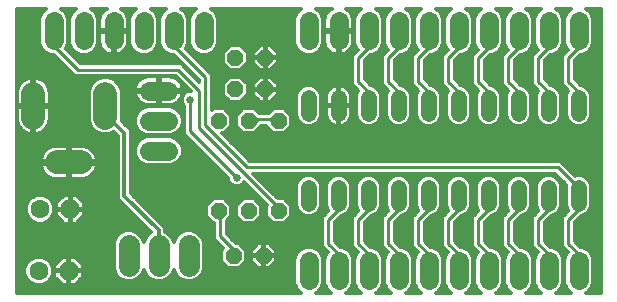
<source format=gbl>
G75*
%MOIN*%
%OFA0B0*%
%FSLAX25Y25*%
%IPPOS*%
%LPD*%
%AMOC8*
5,1,8,0,0,1.08239X$1,22.5*
%
%ADD10OC8,0.06300*%
%ADD11C,0.06300*%
%ADD12OC8,0.05200*%
%ADD13C,0.06400*%
%ADD14C,0.05200*%
%ADD15C,0.07874*%
%ADD16C,0.06929*%
%ADD17C,0.01200*%
%ADD18C,0.01000*%
%ADD19C,0.02600*%
D10*
X0042345Y0011600D03*
X0042845Y0032100D03*
D11*
X0032845Y0032100D03*
X0032345Y0011600D03*
D12*
X0092345Y0031600D03*
X0102345Y0031600D03*
X0112345Y0031600D03*
X0107345Y0016600D03*
X0097345Y0016600D03*
X0102345Y0061600D03*
X0092345Y0061600D03*
X0112345Y0061600D03*
X0107845Y0072100D03*
X0097845Y0072100D03*
X0097845Y0082600D03*
X0107845Y0082600D03*
D13*
X0122345Y0088400D02*
X0122345Y0094800D01*
X0132345Y0094800D02*
X0132345Y0088400D01*
X0142345Y0088400D02*
X0142345Y0094800D01*
X0152345Y0094800D02*
X0152345Y0088400D01*
X0162345Y0088400D02*
X0162345Y0094800D01*
X0172345Y0094800D02*
X0172345Y0088400D01*
X0182345Y0088400D02*
X0182345Y0094800D01*
X0192345Y0094800D02*
X0192345Y0088400D01*
X0202345Y0088400D02*
X0202345Y0094800D01*
X0212345Y0094800D02*
X0212345Y0088400D01*
X0087345Y0088400D02*
X0087345Y0094800D01*
X0077345Y0094800D02*
X0077345Y0088400D01*
X0067345Y0088400D02*
X0067345Y0094800D01*
X0057345Y0094800D02*
X0057345Y0088400D01*
X0047345Y0088400D02*
X0047345Y0094800D01*
X0037345Y0094800D02*
X0037345Y0088400D01*
X0069145Y0071600D02*
X0075545Y0071600D01*
X0075545Y0061600D02*
X0069145Y0061600D01*
X0069145Y0051600D02*
X0075545Y0051600D01*
X0122345Y0014800D02*
X0122345Y0008400D01*
X0132345Y0008400D02*
X0132345Y0014800D01*
X0142345Y0014800D02*
X0142345Y0008400D01*
X0152345Y0008400D02*
X0152345Y0014800D01*
X0162345Y0014800D02*
X0162345Y0008400D01*
X0172345Y0008400D02*
X0172345Y0014800D01*
X0182345Y0014800D02*
X0182345Y0008400D01*
X0192345Y0008400D02*
X0192345Y0014800D01*
X0202345Y0014800D02*
X0202345Y0008400D01*
X0212345Y0008400D02*
X0212345Y0014800D01*
D14*
X0212345Y0034000D02*
X0212345Y0039200D01*
X0202345Y0039200D02*
X0202345Y0034000D01*
X0192345Y0034000D02*
X0192345Y0039200D01*
X0182345Y0039200D02*
X0182345Y0034000D01*
X0172345Y0034000D02*
X0172345Y0039200D01*
X0162345Y0039200D02*
X0162345Y0034000D01*
X0152345Y0034000D02*
X0152345Y0039200D01*
X0142345Y0039200D02*
X0142345Y0034000D01*
X0132345Y0034000D02*
X0132345Y0039200D01*
X0122345Y0039200D02*
X0122345Y0034000D01*
X0122345Y0064000D02*
X0122345Y0069200D01*
X0132345Y0069200D02*
X0132345Y0064000D01*
X0142345Y0064000D02*
X0142345Y0069200D01*
X0152345Y0069200D02*
X0152345Y0064000D01*
X0162345Y0064000D02*
X0162345Y0069200D01*
X0172345Y0069200D02*
X0172345Y0064000D01*
X0182345Y0064000D02*
X0182345Y0069200D01*
X0192345Y0069200D02*
X0192345Y0064000D01*
X0202345Y0064000D02*
X0202345Y0069200D01*
X0212345Y0069200D02*
X0212345Y0064000D01*
D15*
X0054550Y0062663D02*
X0054550Y0070537D01*
X0030534Y0070537D02*
X0030534Y0062663D01*
X0038408Y0047702D02*
X0046282Y0047702D01*
D16*
X0062345Y0020065D02*
X0062345Y0013135D01*
X0072345Y0013135D02*
X0072345Y0020065D01*
X0082345Y0020065D02*
X0082345Y0013135D01*
D17*
X0024945Y0004200D02*
X0024945Y0099000D01*
X0034942Y0099000D01*
X0034626Y0098869D01*
X0033276Y0097519D01*
X0032545Y0095755D01*
X0032545Y0087445D01*
X0033276Y0085681D01*
X0034626Y0084331D01*
X0036390Y0083600D01*
X0037375Y0083600D01*
X0043245Y0077730D01*
X0044475Y0076500D01*
X0077975Y0076500D01*
X0082975Y0071500D01*
X0082268Y0071500D01*
X0081202Y0071058D01*
X0080386Y0070243D01*
X0079945Y0069177D01*
X0079945Y0068023D01*
X0080386Y0066957D01*
X0080745Y0066599D01*
X0080745Y0057230D01*
X0095445Y0042530D01*
X0095445Y0042023D01*
X0095886Y0040957D01*
X0096702Y0040141D01*
X0097768Y0039700D01*
X0098922Y0039700D01*
X0099988Y0040141D01*
X0100803Y0040957D01*
X0100866Y0041109D01*
X0108390Y0033585D01*
X0108145Y0033340D01*
X0108145Y0029860D01*
X0110605Y0027400D01*
X0114085Y0027400D01*
X0116545Y0029860D01*
X0116545Y0033340D01*
X0114085Y0035800D01*
X0112115Y0035800D01*
X0103915Y0044000D01*
X0204475Y0044000D01*
X0208231Y0040244D01*
X0208145Y0040035D01*
X0208145Y0033165D01*
X0208784Y0031621D01*
X0208840Y0031565D01*
X0207975Y0030700D01*
X0206745Y0029470D01*
X0206745Y0019730D01*
X0208616Y0017859D01*
X0208276Y0017519D01*
X0207545Y0015755D01*
X0207545Y0007445D01*
X0208276Y0005681D01*
X0209626Y0004331D01*
X0209942Y0004200D01*
X0204748Y0004200D01*
X0205064Y0004331D01*
X0206414Y0005681D01*
X0207145Y0007445D01*
X0207145Y0015755D01*
X0206414Y0017519D01*
X0205064Y0018869D01*
X0203300Y0019600D01*
X0202815Y0019600D01*
X0200945Y0021470D01*
X0200945Y0027730D01*
X0203015Y0029800D01*
X0203180Y0029800D01*
X0204724Y0030439D01*
X0205905Y0031621D01*
X0206545Y0033165D01*
X0206545Y0040035D01*
X0205905Y0041579D01*
X0204724Y0042761D01*
X0203180Y0043400D01*
X0201509Y0043400D01*
X0199966Y0042761D01*
X0198784Y0041579D01*
X0198145Y0040035D01*
X0198145Y0033165D01*
X0198784Y0031621D01*
X0198840Y0031565D01*
X0197975Y0030700D01*
X0196745Y0029470D01*
X0196745Y0019730D01*
X0198616Y0017859D01*
X0198276Y0017519D01*
X0197545Y0015755D01*
X0197545Y0007445D01*
X0198276Y0005681D01*
X0199626Y0004331D01*
X0199942Y0004200D01*
X0194748Y0004200D01*
X0195064Y0004331D01*
X0196414Y0005681D01*
X0197145Y0007445D01*
X0197145Y0015755D01*
X0196414Y0017519D01*
X0195064Y0018869D01*
X0193300Y0019600D01*
X0192815Y0019600D01*
X0190945Y0021470D01*
X0190945Y0027730D01*
X0193015Y0029800D01*
X0193180Y0029800D01*
X0194724Y0030439D01*
X0195905Y0031621D01*
X0196545Y0033165D01*
X0196545Y0040035D01*
X0195905Y0041579D01*
X0194724Y0042761D01*
X0193180Y0043400D01*
X0191509Y0043400D01*
X0189966Y0042761D01*
X0188784Y0041579D01*
X0188145Y0040035D01*
X0188145Y0033165D01*
X0188784Y0031621D01*
X0188840Y0031565D01*
X0187975Y0030700D01*
X0186745Y0029470D01*
X0186745Y0019730D01*
X0188616Y0017859D01*
X0188276Y0017519D01*
X0187545Y0015755D01*
X0187545Y0007445D01*
X0188276Y0005681D01*
X0189626Y0004331D01*
X0189942Y0004200D01*
X0184748Y0004200D01*
X0185064Y0004331D01*
X0186414Y0005681D01*
X0187145Y0007445D01*
X0187145Y0015755D01*
X0186414Y0017519D01*
X0185064Y0018869D01*
X0183300Y0019600D01*
X0182815Y0019600D01*
X0180945Y0021470D01*
X0180945Y0027730D01*
X0183015Y0029800D01*
X0183180Y0029800D01*
X0184724Y0030439D01*
X0185905Y0031621D01*
X0186545Y0033165D01*
X0186545Y0040035D01*
X0185905Y0041579D01*
X0184724Y0042761D01*
X0183180Y0043400D01*
X0181509Y0043400D01*
X0179966Y0042761D01*
X0178784Y0041579D01*
X0178145Y0040035D01*
X0178145Y0033165D01*
X0178784Y0031621D01*
X0178840Y0031565D01*
X0177975Y0030700D01*
X0176745Y0029470D01*
X0176745Y0019730D01*
X0178616Y0017859D01*
X0178276Y0017519D01*
X0177545Y0015755D01*
X0177545Y0007445D01*
X0178276Y0005681D01*
X0179626Y0004331D01*
X0179942Y0004200D01*
X0174748Y0004200D01*
X0175064Y0004331D01*
X0176414Y0005681D01*
X0177145Y0007445D01*
X0177145Y0015755D01*
X0176414Y0017519D01*
X0175064Y0018869D01*
X0173300Y0019600D01*
X0172815Y0019600D01*
X0170945Y0021470D01*
X0170945Y0027730D01*
X0173015Y0029800D01*
X0173180Y0029800D01*
X0174724Y0030439D01*
X0175905Y0031621D01*
X0176545Y0033165D01*
X0176545Y0040035D01*
X0175905Y0041579D01*
X0174724Y0042761D01*
X0173180Y0043400D01*
X0171509Y0043400D01*
X0169966Y0042761D01*
X0168784Y0041579D01*
X0168145Y0040035D01*
X0168145Y0033165D01*
X0168784Y0031621D01*
X0168840Y0031565D01*
X0167975Y0030700D01*
X0166745Y0029470D01*
X0166745Y0019730D01*
X0168616Y0017859D01*
X0168276Y0017519D01*
X0167545Y0015755D01*
X0167545Y0007445D01*
X0168276Y0005681D01*
X0169626Y0004331D01*
X0169942Y0004200D01*
X0164748Y0004200D01*
X0165064Y0004331D01*
X0166414Y0005681D01*
X0167145Y0007445D01*
X0167145Y0015755D01*
X0166414Y0017519D01*
X0165064Y0018869D01*
X0163300Y0019600D01*
X0162815Y0019600D01*
X0160945Y0021470D01*
X0160945Y0027730D01*
X0163015Y0029800D01*
X0163180Y0029800D01*
X0164724Y0030439D01*
X0165905Y0031621D01*
X0166545Y0033165D01*
X0166545Y0040035D01*
X0165905Y0041579D01*
X0164724Y0042761D01*
X0163180Y0043400D01*
X0161509Y0043400D01*
X0159966Y0042761D01*
X0158784Y0041579D01*
X0158145Y0040035D01*
X0158145Y0033165D01*
X0158784Y0031621D01*
X0158840Y0031565D01*
X0157975Y0030700D01*
X0156745Y0029470D01*
X0156745Y0019730D01*
X0158616Y0017859D01*
X0158276Y0017519D01*
X0157545Y0015755D01*
X0157545Y0007445D01*
X0158276Y0005681D01*
X0159626Y0004331D01*
X0159942Y0004200D01*
X0154748Y0004200D01*
X0155064Y0004331D01*
X0156414Y0005681D01*
X0157145Y0007445D01*
X0157145Y0015755D01*
X0156414Y0017519D01*
X0155064Y0018869D01*
X0153300Y0019600D01*
X0152815Y0019600D01*
X0150945Y0021470D01*
X0150945Y0027730D01*
X0153015Y0029800D01*
X0153180Y0029800D01*
X0154724Y0030439D01*
X0155905Y0031621D01*
X0156545Y0033165D01*
X0156545Y0040035D01*
X0155905Y0041579D01*
X0154724Y0042761D01*
X0153180Y0043400D01*
X0151509Y0043400D01*
X0149966Y0042761D01*
X0148784Y0041579D01*
X0148145Y0040035D01*
X0148145Y0033165D01*
X0148784Y0031621D01*
X0148840Y0031565D01*
X0147975Y0030700D01*
X0146745Y0029470D01*
X0146745Y0019730D01*
X0148616Y0017859D01*
X0148276Y0017519D01*
X0147545Y0015755D01*
X0147545Y0007445D01*
X0148276Y0005681D01*
X0149626Y0004331D01*
X0149942Y0004200D01*
X0144748Y0004200D01*
X0145064Y0004331D01*
X0146414Y0005681D01*
X0147145Y0007445D01*
X0147145Y0015755D01*
X0146414Y0017519D01*
X0145064Y0018869D01*
X0143300Y0019600D01*
X0142815Y0019600D01*
X0140945Y0021470D01*
X0140945Y0027730D01*
X0143015Y0029800D01*
X0143180Y0029800D01*
X0144724Y0030439D01*
X0145905Y0031621D01*
X0146545Y0033165D01*
X0146545Y0040035D01*
X0145905Y0041579D01*
X0144724Y0042761D01*
X0143180Y0043400D01*
X0141509Y0043400D01*
X0139966Y0042761D01*
X0138784Y0041579D01*
X0138145Y0040035D01*
X0138145Y0033165D01*
X0138784Y0031621D01*
X0138840Y0031565D01*
X0137975Y0030700D01*
X0136745Y0029470D01*
X0136745Y0019730D01*
X0138616Y0017859D01*
X0138276Y0017519D01*
X0137545Y0015755D01*
X0137545Y0007445D01*
X0138276Y0005681D01*
X0139626Y0004331D01*
X0139942Y0004200D01*
X0134748Y0004200D01*
X0135064Y0004331D01*
X0136414Y0005681D01*
X0137145Y0007445D01*
X0137145Y0015755D01*
X0136414Y0017519D01*
X0135064Y0018869D01*
X0133300Y0019600D01*
X0132815Y0019600D01*
X0130945Y0021470D01*
X0130945Y0027730D01*
X0133015Y0029800D01*
X0133180Y0029800D01*
X0134724Y0030439D01*
X0135905Y0031621D01*
X0136545Y0033165D01*
X0136545Y0040035D01*
X0135905Y0041579D01*
X0134724Y0042761D01*
X0133180Y0043400D01*
X0131509Y0043400D01*
X0129966Y0042761D01*
X0128784Y0041579D01*
X0128145Y0040035D01*
X0128145Y0033165D01*
X0128784Y0031621D01*
X0128840Y0031565D01*
X0127975Y0030700D01*
X0126745Y0029470D01*
X0126745Y0019730D01*
X0128616Y0017859D01*
X0128276Y0017519D01*
X0127545Y0015755D01*
X0127545Y0007445D01*
X0128276Y0005681D01*
X0129626Y0004331D01*
X0129942Y0004200D01*
X0124748Y0004200D01*
X0125064Y0004331D01*
X0126414Y0005681D01*
X0127145Y0007445D01*
X0127145Y0015755D01*
X0126414Y0017519D01*
X0125064Y0018869D01*
X0123300Y0019600D01*
X0121390Y0019600D01*
X0119626Y0018869D01*
X0118276Y0017519D01*
X0117545Y0015755D01*
X0117545Y0007445D01*
X0118276Y0005681D01*
X0119626Y0004331D01*
X0119942Y0004200D01*
X0024945Y0004200D01*
X0024945Y0005196D02*
X0118761Y0005196D01*
X0117980Y0006394D02*
X0024945Y0006394D01*
X0024945Y0007593D02*
X0029635Y0007593D01*
X0029654Y0007573D02*
X0031400Y0006850D01*
X0033290Y0006850D01*
X0035036Y0007573D01*
X0036372Y0008909D01*
X0037095Y0010655D01*
X0037095Y0012545D01*
X0036372Y0014291D01*
X0035036Y0015627D01*
X0033290Y0016350D01*
X0031400Y0016350D01*
X0029654Y0015627D01*
X0028318Y0014291D01*
X0027595Y0012545D01*
X0027595Y0010655D01*
X0028318Y0008909D01*
X0029654Y0007573D01*
X0028436Y0008791D02*
X0024945Y0008791D01*
X0024945Y0009990D02*
X0027871Y0009990D01*
X0027595Y0011188D02*
X0024945Y0011188D01*
X0024945Y0012387D02*
X0027595Y0012387D01*
X0028026Y0013585D02*
X0024945Y0013585D01*
X0024945Y0014784D02*
X0028811Y0014784D01*
X0030512Y0015982D02*
X0024945Y0015982D01*
X0024945Y0017181D02*
X0057280Y0017181D01*
X0057280Y0018379D02*
X0024945Y0018379D01*
X0024945Y0019578D02*
X0057280Y0019578D01*
X0057280Y0020776D02*
X0024945Y0020776D01*
X0024945Y0021975D02*
X0057654Y0021975D01*
X0057280Y0021072D02*
X0057280Y0012128D01*
X0058051Y0010267D01*
X0059476Y0008842D01*
X0061337Y0008071D01*
X0063352Y0008071D01*
X0065214Y0008842D01*
X0066638Y0010267D01*
X0067345Y0011972D01*
X0068051Y0010267D01*
X0069476Y0008842D01*
X0071337Y0008071D01*
X0073352Y0008071D01*
X0075214Y0008842D01*
X0076638Y0010267D01*
X0077345Y0011972D01*
X0078051Y0010267D01*
X0079476Y0008842D01*
X0081337Y0008071D01*
X0083352Y0008071D01*
X0085214Y0008842D01*
X0086638Y0010267D01*
X0087409Y0012128D01*
X0087409Y0021072D01*
X0086638Y0022933D01*
X0085214Y0024358D01*
X0083352Y0025129D01*
X0081337Y0025129D01*
X0079476Y0024358D01*
X0078051Y0022933D01*
X0077345Y0021228D01*
X0076638Y0022933D01*
X0075214Y0024358D01*
X0074545Y0024635D01*
X0074545Y0026011D01*
X0063045Y0037511D01*
X0063045Y0058511D01*
X0060060Y0061496D01*
X0060087Y0061562D01*
X0060087Y0071638D01*
X0059244Y0073673D01*
X0057686Y0075231D01*
X0055651Y0076074D01*
X0053448Y0076074D01*
X0051413Y0075231D01*
X0049856Y0073673D01*
X0049013Y0071638D01*
X0049013Y0061562D01*
X0049856Y0059527D01*
X0051413Y0057969D01*
X0053448Y0057126D01*
X0055651Y0057126D01*
X0057459Y0057875D01*
X0058645Y0056689D01*
X0058645Y0035689D01*
X0059934Y0034400D01*
X0069829Y0024504D01*
X0069476Y0024358D01*
X0068051Y0022933D01*
X0067345Y0021228D01*
X0066638Y0022933D01*
X0065214Y0024358D01*
X0063352Y0025129D01*
X0061337Y0025129D01*
X0059476Y0024358D01*
X0058051Y0022933D01*
X0057280Y0021072D01*
X0058291Y0023173D02*
X0024945Y0023173D01*
X0024945Y0024372D02*
X0059509Y0024372D01*
X0065181Y0024372D02*
X0069509Y0024372D01*
X0068763Y0025570D02*
X0024945Y0025570D01*
X0024945Y0026769D02*
X0067565Y0026769D01*
X0066366Y0027967D02*
X0045430Y0027967D01*
X0044812Y0027350D02*
X0043045Y0027350D01*
X0043045Y0031900D01*
X0043045Y0032300D01*
X0047595Y0032300D01*
X0047595Y0034068D01*
X0044812Y0036850D01*
X0043045Y0036850D01*
X0043045Y0032300D01*
X0042645Y0032300D01*
X0042645Y0036850D01*
X0040877Y0036850D01*
X0038095Y0034068D01*
X0038095Y0032300D01*
X0042645Y0032300D01*
X0042645Y0031900D01*
X0043045Y0031900D01*
X0047595Y0031900D01*
X0047595Y0030132D01*
X0044812Y0027350D01*
X0043045Y0027967D02*
X0042645Y0027967D01*
X0042645Y0027350D02*
X0040877Y0027350D01*
X0038095Y0030132D01*
X0038095Y0031900D01*
X0042645Y0031900D01*
X0042645Y0027350D01*
X0042645Y0029166D02*
X0043045Y0029166D01*
X0043045Y0030364D02*
X0042645Y0030364D01*
X0042645Y0031563D02*
X0043045Y0031563D01*
X0043045Y0032761D02*
X0042645Y0032761D01*
X0042645Y0033960D02*
X0043045Y0033960D01*
X0043045Y0035158D02*
X0042645Y0035158D01*
X0042645Y0036357D02*
X0043045Y0036357D01*
X0045306Y0036357D02*
X0058645Y0036357D01*
X0058645Y0037555D02*
X0024945Y0037555D01*
X0024945Y0036357D02*
X0030709Y0036357D01*
X0030154Y0036127D02*
X0028818Y0034791D01*
X0028095Y0033045D01*
X0028095Y0031155D01*
X0028818Y0029409D01*
X0030154Y0028073D01*
X0031900Y0027350D01*
X0033790Y0027350D01*
X0035536Y0028073D01*
X0036872Y0029409D01*
X0037595Y0031155D01*
X0037595Y0033045D01*
X0036872Y0034791D01*
X0035536Y0036127D01*
X0033790Y0036850D01*
X0031900Y0036850D01*
X0030154Y0036127D01*
X0029186Y0035158D02*
X0024945Y0035158D01*
X0024945Y0033960D02*
X0028474Y0033960D01*
X0028095Y0032761D02*
X0024945Y0032761D01*
X0024945Y0031563D02*
X0028095Y0031563D01*
X0028422Y0030364D02*
X0024945Y0030364D01*
X0024945Y0029166D02*
X0029062Y0029166D01*
X0030410Y0027967D02*
X0024945Y0027967D01*
X0035280Y0027967D02*
X0040260Y0027967D01*
X0039062Y0029166D02*
X0036628Y0029166D01*
X0037267Y0030364D02*
X0038095Y0030364D01*
X0038095Y0031563D02*
X0037595Y0031563D01*
X0037595Y0032761D02*
X0038095Y0032761D01*
X0038095Y0033960D02*
X0037216Y0033960D01*
X0036504Y0035158D02*
X0039186Y0035158D01*
X0040384Y0036357D02*
X0034980Y0036357D01*
X0024945Y0038754D02*
X0058645Y0038754D01*
X0058645Y0039952D02*
X0024945Y0039952D01*
X0024945Y0041151D02*
X0058645Y0041151D01*
X0058645Y0042349D02*
X0047725Y0042349D01*
X0047578Y0042302D02*
X0048407Y0042571D01*
X0049184Y0042967D01*
X0049889Y0043479D01*
X0050505Y0044095D01*
X0051018Y0044800D01*
X0051413Y0045577D01*
X0051683Y0046406D01*
X0051819Y0047267D01*
X0051819Y0047318D01*
X0042729Y0047318D01*
X0042729Y0042165D01*
X0046718Y0042165D01*
X0047578Y0042302D01*
X0049958Y0043548D02*
X0058645Y0043548D01*
X0058645Y0044746D02*
X0050978Y0044746D01*
X0051533Y0045945D02*
X0058645Y0045945D01*
X0058645Y0047143D02*
X0051799Y0047143D01*
X0051819Y0048087D02*
X0051819Y0048138D01*
X0051683Y0048999D01*
X0051413Y0049828D01*
X0051018Y0050604D01*
X0050505Y0051309D01*
X0049889Y0051926D01*
X0049184Y0052438D01*
X0048407Y0052834D01*
X0047578Y0053103D01*
X0046718Y0053239D01*
X0042729Y0053239D01*
X0042729Y0048087D01*
X0041961Y0048087D01*
X0041961Y0053239D01*
X0037972Y0053239D01*
X0037111Y0053103D01*
X0036282Y0052834D01*
X0035506Y0052438D01*
X0034801Y0051926D01*
X0034184Y0051309D01*
X0033672Y0050604D01*
X0033277Y0049828D01*
X0033007Y0048999D01*
X0032871Y0048138D01*
X0032871Y0048087D01*
X0041961Y0048087D01*
X0041961Y0047318D01*
X0042729Y0047318D01*
X0042729Y0048087D01*
X0051819Y0048087D01*
X0051787Y0048342D02*
X0058645Y0048342D01*
X0058645Y0049540D02*
X0051507Y0049540D01*
X0050920Y0050739D02*
X0058645Y0050739D01*
X0058645Y0051937D02*
X0049873Y0051937D01*
X0047370Y0053136D02*
X0058645Y0053136D01*
X0058645Y0054334D02*
X0024945Y0054334D01*
X0024945Y0053136D02*
X0037319Y0053136D01*
X0034817Y0051937D02*
X0024945Y0051937D01*
X0024945Y0050739D02*
X0033770Y0050739D01*
X0033183Y0049540D02*
X0024945Y0049540D01*
X0024945Y0048342D02*
X0032903Y0048342D01*
X0032871Y0047318D02*
X0032871Y0047267D01*
X0033007Y0046406D01*
X0033277Y0045577D01*
X0033672Y0044800D01*
X0034184Y0044095D01*
X0034801Y0043479D01*
X0035506Y0042967D01*
X0036282Y0042571D01*
X0037111Y0042302D01*
X0037972Y0042165D01*
X0041961Y0042165D01*
X0041961Y0047318D01*
X0032871Y0047318D01*
X0032890Y0047143D02*
X0024945Y0047143D01*
X0024945Y0045945D02*
X0033157Y0045945D01*
X0033711Y0044746D02*
X0024945Y0044746D01*
X0024945Y0043548D02*
X0034732Y0043548D01*
X0036965Y0042349D02*
X0024945Y0042349D01*
X0041961Y0042349D02*
X0042729Y0042349D01*
X0042729Y0043548D02*
X0041961Y0043548D01*
X0041961Y0044746D02*
X0042729Y0044746D01*
X0042729Y0045945D02*
X0041961Y0045945D01*
X0041961Y0047143D02*
X0042729Y0047143D01*
X0042729Y0048342D02*
X0041961Y0048342D01*
X0041961Y0049540D02*
X0042729Y0049540D01*
X0042729Y0050739D02*
X0041961Y0050739D01*
X0041961Y0051937D02*
X0042729Y0051937D01*
X0042729Y0053136D02*
X0041961Y0053136D01*
X0033436Y0057927D02*
X0032659Y0057532D01*
X0031830Y0057262D01*
X0030970Y0057126D01*
X0030918Y0057126D01*
X0030918Y0066216D01*
X0030918Y0066984D01*
X0036071Y0066984D01*
X0036071Y0070973D01*
X0035935Y0071834D01*
X0035665Y0072662D01*
X0035270Y0073439D01*
X0034757Y0074144D01*
X0034141Y0074760D01*
X0033436Y0075273D01*
X0032659Y0075668D01*
X0031830Y0075938D01*
X0030970Y0076074D01*
X0030918Y0076074D01*
X0030918Y0066984D01*
X0030150Y0066984D01*
X0030150Y0076074D01*
X0030098Y0076074D01*
X0029237Y0075938D01*
X0028408Y0075668D01*
X0027632Y0075273D01*
X0026927Y0074760D01*
X0026310Y0074144D01*
X0025798Y0073439D01*
X0025403Y0072662D01*
X0025133Y0071834D01*
X0024997Y0070973D01*
X0024997Y0066984D01*
X0030150Y0066984D01*
X0030150Y0066216D01*
X0030918Y0066216D01*
X0036071Y0066216D01*
X0036071Y0062227D01*
X0035935Y0061366D01*
X0035665Y0060538D01*
X0035270Y0059761D01*
X0034757Y0059056D01*
X0034141Y0058440D01*
X0033436Y0057927D01*
X0033440Y0057930D02*
X0051507Y0057930D01*
X0050254Y0059129D02*
X0034810Y0059129D01*
X0035558Y0060327D02*
X0049524Y0060327D01*
X0049028Y0061526D02*
X0035960Y0061526D01*
X0036071Y0062724D02*
X0049013Y0062724D01*
X0049013Y0063923D02*
X0036071Y0063923D01*
X0036071Y0065121D02*
X0049013Y0065121D01*
X0049013Y0066320D02*
X0030918Y0066320D01*
X0030150Y0066320D02*
X0024945Y0066320D01*
X0024997Y0066216D02*
X0024997Y0062227D01*
X0025133Y0061366D01*
X0025403Y0060538D01*
X0025798Y0059761D01*
X0026310Y0059056D01*
X0026927Y0058440D01*
X0027632Y0057927D01*
X0028408Y0057532D01*
X0029237Y0057262D01*
X0030098Y0057126D01*
X0030150Y0057126D01*
X0030150Y0066216D01*
X0024997Y0066216D01*
X0024997Y0065121D02*
X0024945Y0065121D01*
X0024945Y0063923D02*
X0024997Y0063923D01*
X0024997Y0062724D02*
X0024945Y0062724D01*
X0024945Y0061526D02*
X0025108Y0061526D01*
X0024945Y0060327D02*
X0025510Y0060327D01*
X0024945Y0059129D02*
X0026258Y0059129D01*
X0024945Y0057930D02*
X0027628Y0057930D01*
X0030150Y0057930D02*
X0030918Y0057930D01*
X0030918Y0059129D02*
X0030150Y0059129D01*
X0030150Y0060327D02*
X0030918Y0060327D01*
X0030918Y0061526D02*
X0030150Y0061526D01*
X0030150Y0062724D02*
X0030918Y0062724D01*
X0030918Y0063923D02*
X0030150Y0063923D01*
X0030150Y0065121D02*
X0030918Y0065121D01*
X0030918Y0067518D02*
X0030150Y0067518D01*
X0030150Y0068717D02*
X0030918Y0068717D01*
X0030918Y0069915D02*
X0030150Y0069915D01*
X0030150Y0071114D02*
X0030918Y0071114D01*
X0030918Y0072312D02*
X0030150Y0072312D01*
X0030150Y0073511D02*
X0030918Y0073511D01*
X0030918Y0074709D02*
X0030150Y0074709D01*
X0030150Y0075908D02*
X0030918Y0075908D01*
X0031923Y0075908D02*
X0053047Y0075908D01*
X0050891Y0074709D02*
X0034192Y0074709D01*
X0035217Y0073511D02*
X0049788Y0073511D01*
X0049292Y0072312D02*
X0035779Y0072312D01*
X0036049Y0071114D02*
X0049013Y0071114D01*
X0049013Y0069915D02*
X0036071Y0069915D01*
X0036071Y0068717D02*
X0049013Y0068717D01*
X0049013Y0067518D02*
X0036071Y0067518D01*
X0024997Y0067518D02*
X0024945Y0067518D01*
X0024945Y0068717D02*
X0024997Y0068717D01*
X0024997Y0069915D02*
X0024945Y0069915D01*
X0024945Y0071114D02*
X0025019Y0071114D01*
X0024945Y0072312D02*
X0025289Y0072312D01*
X0024945Y0073511D02*
X0025850Y0073511D01*
X0024945Y0074709D02*
X0026876Y0074709D01*
X0024945Y0075908D02*
X0029145Y0075908D01*
X0024945Y0077106D02*
X0043869Y0077106D01*
X0042670Y0078305D02*
X0024945Y0078305D01*
X0024945Y0079503D02*
X0041472Y0079503D01*
X0040273Y0080702D02*
X0024945Y0080702D01*
X0024945Y0081900D02*
X0039075Y0081900D01*
X0037876Y0083099D02*
X0024945Y0083099D01*
X0024945Y0084297D02*
X0034707Y0084297D01*
X0033461Y0085496D02*
X0024945Y0085496D01*
X0024945Y0086694D02*
X0032856Y0086694D01*
X0032545Y0087893D02*
X0024945Y0087893D01*
X0024945Y0089091D02*
X0032545Y0089091D01*
X0032545Y0090290D02*
X0024945Y0090290D01*
X0024945Y0091488D02*
X0032545Y0091488D01*
X0032545Y0092687D02*
X0024945Y0092687D01*
X0024945Y0093885D02*
X0032545Y0093885D01*
X0032545Y0095084D02*
X0024945Y0095084D01*
X0024945Y0096282D02*
X0032763Y0096282D01*
X0033260Y0097481D02*
X0024945Y0097481D01*
X0024945Y0098679D02*
X0034436Y0098679D01*
X0039748Y0099000D02*
X0044942Y0099000D01*
X0044626Y0098869D01*
X0043276Y0097519D01*
X0042545Y0095755D01*
X0042545Y0087445D01*
X0043276Y0085681D01*
X0044626Y0084331D01*
X0046390Y0083600D01*
X0048300Y0083600D01*
X0050064Y0084331D01*
X0051414Y0085681D01*
X0052145Y0087445D01*
X0052145Y0095755D01*
X0051414Y0097519D01*
X0050064Y0098869D01*
X0049748Y0099000D01*
X0055015Y0099000D01*
X0054829Y0098905D01*
X0054218Y0098461D01*
X0053684Y0097927D01*
X0053240Y0097316D01*
X0052897Y0096643D01*
X0052663Y0095924D01*
X0052545Y0095178D01*
X0052545Y0092000D01*
X0056945Y0092000D01*
X0056945Y0091200D01*
X0057745Y0091200D01*
X0057745Y0092000D01*
X0062145Y0092000D01*
X0062145Y0095178D01*
X0062027Y0095924D01*
X0061793Y0096643D01*
X0061450Y0097316D01*
X0061006Y0097927D01*
X0060472Y0098461D01*
X0059861Y0098905D01*
X0059675Y0099000D01*
X0064942Y0099000D01*
X0064626Y0098869D01*
X0063276Y0097519D01*
X0062545Y0095755D01*
X0062545Y0087445D01*
X0063276Y0085681D01*
X0064626Y0084331D01*
X0066390Y0083600D01*
X0068300Y0083600D01*
X0070064Y0084331D01*
X0071414Y0085681D01*
X0072145Y0087445D01*
X0072145Y0095755D01*
X0071414Y0097519D01*
X0070064Y0098869D01*
X0069748Y0099000D01*
X0074942Y0099000D01*
X0074626Y0098869D01*
X0073276Y0097519D01*
X0072545Y0095755D01*
X0072545Y0087445D01*
X0073276Y0085681D01*
X0074626Y0084331D01*
X0076390Y0083600D01*
X0077375Y0083600D01*
X0085745Y0075230D01*
X0085745Y0074670D01*
X0079715Y0080700D01*
X0077975Y0080700D01*
X0046215Y0080700D01*
X0041324Y0085591D01*
X0041414Y0085681D01*
X0042145Y0087445D01*
X0042145Y0095755D01*
X0041414Y0097519D01*
X0040064Y0098869D01*
X0039748Y0099000D01*
X0040254Y0098679D02*
X0044436Y0098679D01*
X0043260Y0097481D02*
X0041430Y0097481D01*
X0041926Y0096282D02*
X0042763Y0096282D01*
X0042545Y0095084D02*
X0042145Y0095084D01*
X0042145Y0093885D02*
X0042545Y0093885D01*
X0042545Y0092687D02*
X0042145Y0092687D01*
X0042145Y0091488D02*
X0042545Y0091488D01*
X0042545Y0090290D02*
X0042145Y0090290D01*
X0042145Y0089091D02*
X0042545Y0089091D01*
X0042545Y0087893D02*
X0042145Y0087893D01*
X0041834Y0086694D02*
X0042856Y0086694D01*
X0043461Y0085496D02*
X0041419Y0085496D01*
X0042617Y0084297D02*
X0044707Y0084297D01*
X0043816Y0083099D02*
X0077876Y0083099D01*
X0079075Y0081900D02*
X0045014Y0081900D01*
X0046213Y0080702D02*
X0080273Y0080702D01*
X0080911Y0079503D02*
X0081472Y0079503D01*
X0082110Y0078305D02*
X0082670Y0078305D01*
X0083309Y0077106D02*
X0083869Y0077106D01*
X0084507Y0075908D02*
X0085067Y0075908D01*
X0085706Y0074709D02*
X0085745Y0074709D01*
X0089945Y0074709D02*
X0094514Y0074709D01*
X0093645Y0073840D02*
X0093645Y0070360D01*
X0096105Y0067900D01*
X0099585Y0067900D01*
X0102045Y0070360D01*
X0102045Y0073840D01*
X0099585Y0076300D01*
X0096105Y0076300D01*
X0093645Y0073840D01*
X0093645Y0073511D02*
X0089945Y0073511D01*
X0089945Y0072312D02*
X0093645Y0072312D01*
X0093645Y0071114D02*
X0089945Y0071114D01*
X0089945Y0069915D02*
X0094090Y0069915D01*
X0095289Y0068717D02*
X0089945Y0068717D01*
X0089945Y0067518D02*
X0118145Y0067518D01*
X0118145Y0066320D02*
X0089945Y0066320D01*
X0090605Y0065800D02*
X0089945Y0065140D01*
X0089945Y0076970D01*
X0088715Y0078200D01*
X0081324Y0085591D01*
X0081414Y0085681D01*
X0082145Y0087445D01*
X0082145Y0095755D01*
X0081414Y0097519D01*
X0080064Y0098869D01*
X0079748Y0099000D01*
X0084942Y0099000D01*
X0084626Y0098869D01*
X0083276Y0097519D01*
X0082545Y0095755D01*
X0082545Y0087445D01*
X0083276Y0085681D01*
X0084626Y0084331D01*
X0086390Y0083600D01*
X0088300Y0083600D01*
X0090064Y0084331D01*
X0091414Y0085681D01*
X0092145Y0087445D01*
X0092145Y0095755D01*
X0091414Y0097519D01*
X0090064Y0098869D01*
X0089748Y0099000D01*
X0119942Y0099000D01*
X0119626Y0098869D01*
X0118276Y0097519D01*
X0117545Y0095755D01*
X0117545Y0087445D01*
X0118276Y0085681D01*
X0119626Y0084331D01*
X0121390Y0083600D01*
X0123300Y0083600D01*
X0125064Y0084331D01*
X0126414Y0085681D01*
X0127145Y0087445D01*
X0127145Y0095755D01*
X0126414Y0097519D01*
X0125064Y0098869D01*
X0124748Y0099000D01*
X0130015Y0099000D01*
X0129829Y0098905D01*
X0129218Y0098461D01*
X0128684Y0097927D01*
X0128240Y0097316D01*
X0127897Y0096643D01*
X0127663Y0095924D01*
X0127545Y0095178D01*
X0127545Y0092000D01*
X0131945Y0092000D01*
X0131945Y0091200D01*
X0132745Y0091200D01*
X0132745Y0092000D01*
X0137145Y0092000D01*
X0137145Y0095178D01*
X0137027Y0095924D01*
X0136793Y0096643D01*
X0136450Y0097316D01*
X0136006Y0097927D01*
X0135472Y0098461D01*
X0134861Y0098905D01*
X0134675Y0099000D01*
X0139942Y0099000D01*
X0139626Y0098869D01*
X0138276Y0097519D01*
X0137545Y0095755D01*
X0137545Y0087445D01*
X0138276Y0085681D01*
X0138616Y0085341D01*
X0136745Y0083470D01*
X0136745Y0073730D01*
X0137975Y0072500D01*
X0138840Y0071635D01*
X0138784Y0071579D01*
X0138145Y0070035D01*
X0138145Y0063165D01*
X0138784Y0061621D01*
X0139966Y0060439D01*
X0141509Y0059800D01*
X0143180Y0059800D01*
X0144724Y0060439D01*
X0145905Y0061621D01*
X0146545Y0063165D01*
X0146545Y0070035D01*
X0145905Y0071579D01*
X0144724Y0072761D01*
X0143180Y0073400D01*
X0143015Y0073400D01*
X0140945Y0075470D01*
X0140945Y0081730D01*
X0142815Y0083600D01*
X0143300Y0083600D01*
X0145064Y0084331D01*
X0146414Y0085681D01*
X0147145Y0087445D01*
X0147145Y0095755D01*
X0146414Y0097519D01*
X0145064Y0098869D01*
X0144748Y0099000D01*
X0149942Y0099000D01*
X0149626Y0098869D01*
X0148276Y0097519D01*
X0147545Y0095755D01*
X0147545Y0087445D01*
X0148276Y0085681D01*
X0148616Y0085341D01*
X0146745Y0083470D01*
X0146745Y0073730D01*
X0147975Y0072500D01*
X0148840Y0071635D01*
X0148784Y0071579D01*
X0148145Y0070035D01*
X0148145Y0063165D01*
X0148784Y0061621D01*
X0149966Y0060439D01*
X0151509Y0059800D01*
X0153180Y0059800D01*
X0154724Y0060439D01*
X0155905Y0061621D01*
X0156545Y0063165D01*
X0156545Y0070035D01*
X0155905Y0071579D01*
X0154724Y0072761D01*
X0153180Y0073400D01*
X0153015Y0073400D01*
X0150945Y0075470D01*
X0150945Y0081730D01*
X0152815Y0083600D01*
X0153300Y0083600D01*
X0155064Y0084331D01*
X0156414Y0085681D01*
X0157145Y0087445D01*
X0157145Y0095755D01*
X0156414Y0097519D01*
X0155064Y0098869D01*
X0154748Y0099000D01*
X0159942Y0099000D01*
X0159626Y0098869D01*
X0158276Y0097519D01*
X0157545Y0095755D01*
X0157545Y0087445D01*
X0158276Y0085681D01*
X0158616Y0085341D01*
X0156745Y0083470D01*
X0156745Y0073730D01*
X0157975Y0072500D01*
X0158840Y0071635D01*
X0158784Y0071579D01*
X0158145Y0070035D01*
X0158145Y0063165D01*
X0158784Y0061621D01*
X0159966Y0060439D01*
X0161509Y0059800D01*
X0163180Y0059800D01*
X0164724Y0060439D01*
X0165905Y0061621D01*
X0166545Y0063165D01*
X0166545Y0070035D01*
X0165905Y0071579D01*
X0164724Y0072761D01*
X0163180Y0073400D01*
X0163015Y0073400D01*
X0160945Y0075470D01*
X0160945Y0081730D01*
X0162815Y0083600D01*
X0163300Y0083600D01*
X0165064Y0084331D01*
X0166414Y0085681D01*
X0167145Y0087445D01*
X0167145Y0095755D01*
X0166414Y0097519D01*
X0165064Y0098869D01*
X0164748Y0099000D01*
X0169942Y0099000D01*
X0169626Y0098869D01*
X0168276Y0097519D01*
X0167545Y0095755D01*
X0167545Y0087445D01*
X0168276Y0085681D01*
X0168616Y0085341D01*
X0166745Y0083470D01*
X0166745Y0073730D01*
X0167975Y0072500D01*
X0168840Y0071635D01*
X0168784Y0071579D01*
X0168145Y0070035D01*
X0168145Y0063165D01*
X0168784Y0061621D01*
X0169966Y0060439D01*
X0171509Y0059800D01*
X0173180Y0059800D01*
X0174724Y0060439D01*
X0175905Y0061621D01*
X0176545Y0063165D01*
X0176545Y0070035D01*
X0175905Y0071579D01*
X0174724Y0072761D01*
X0173180Y0073400D01*
X0173015Y0073400D01*
X0170945Y0075470D01*
X0170945Y0081730D01*
X0172815Y0083600D01*
X0173300Y0083600D01*
X0175064Y0084331D01*
X0176414Y0085681D01*
X0177145Y0087445D01*
X0177145Y0095755D01*
X0176414Y0097519D01*
X0175064Y0098869D01*
X0174748Y0099000D01*
X0179942Y0099000D01*
X0179626Y0098869D01*
X0178276Y0097519D01*
X0177545Y0095755D01*
X0177545Y0087445D01*
X0178276Y0085681D01*
X0178616Y0085341D01*
X0176745Y0083470D01*
X0176745Y0073730D01*
X0177975Y0072500D01*
X0177975Y0072500D01*
X0178840Y0071635D01*
X0178784Y0071579D01*
X0178145Y0070035D01*
X0178145Y0063165D01*
X0178784Y0061621D01*
X0179966Y0060439D01*
X0181509Y0059800D01*
X0183180Y0059800D01*
X0184724Y0060439D01*
X0185905Y0061621D01*
X0186545Y0063165D01*
X0186545Y0070035D01*
X0185905Y0071579D01*
X0184724Y0072761D01*
X0183180Y0073400D01*
X0183015Y0073400D01*
X0180945Y0075470D01*
X0180945Y0081730D01*
X0182815Y0083600D01*
X0183300Y0083600D01*
X0185064Y0084331D01*
X0186414Y0085681D01*
X0187145Y0087445D01*
X0187145Y0095755D01*
X0186414Y0097519D01*
X0185064Y0098869D01*
X0184748Y0099000D01*
X0189942Y0099000D01*
X0189626Y0098869D01*
X0188276Y0097519D01*
X0187545Y0095755D01*
X0187545Y0087445D01*
X0188276Y0085681D01*
X0188616Y0085341D01*
X0186745Y0083470D01*
X0186745Y0073730D01*
X0187975Y0072500D01*
X0188840Y0071635D01*
X0188784Y0071579D01*
X0188145Y0070035D01*
X0188145Y0063165D01*
X0188784Y0061621D01*
X0189966Y0060439D01*
X0191509Y0059800D01*
X0193180Y0059800D01*
X0194724Y0060439D01*
X0195905Y0061621D01*
X0196545Y0063165D01*
X0196545Y0070035D01*
X0195905Y0071579D01*
X0194724Y0072761D01*
X0193180Y0073400D01*
X0193015Y0073400D01*
X0190945Y0075470D01*
X0190945Y0081730D01*
X0192815Y0083600D01*
X0193300Y0083600D01*
X0195064Y0084331D01*
X0196414Y0085681D01*
X0197145Y0087445D01*
X0197145Y0095755D01*
X0196414Y0097519D01*
X0195064Y0098869D01*
X0194748Y0099000D01*
X0199942Y0099000D01*
X0199626Y0098869D01*
X0198276Y0097519D01*
X0197545Y0095755D01*
X0197545Y0087445D01*
X0198276Y0085681D01*
X0198616Y0085341D01*
X0196745Y0083470D01*
X0196745Y0073730D01*
X0197975Y0072500D01*
X0198840Y0071635D01*
X0198784Y0071579D01*
X0198145Y0070035D01*
X0198145Y0063165D01*
X0198784Y0061621D01*
X0199966Y0060439D01*
X0201509Y0059800D01*
X0203180Y0059800D01*
X0204724Y0060439D01*
X0205905Y0061621D01*
X0206545Y0063165D01*
X0206545Y0070035D01*
X0205905Y0071579D01*
X0204724Y0072761D01*
X0203180Y0073400D01*
X0203015Y0073400D01*
X0200945Y0075470D01*
X0200945Y0081730D01*
X0202815Y0083600D01*
X0203300Y0083600D01*
X0205064Y0084331D01*
X0206414Y0085681D01*
X0207145Y0087445D01*
X0207145Y0095755D01*
X0206414Y0097519D01*
X0205064Y0098869D01*
X0204748Y0099000D01*
X0209942Y0099000D01*
X0209626Y0098869D01*
X0208276Y0097519D01*
X0207545Y0095755D01*
X0207545Y0087445D01*
X0208276Y0085681D01*
X0208616Y0085341D01*
X0206745Y0083470D01*
X0206745Y0073730D01*
X0207975Y0072500D01*
X0208840Y0071635D01*
X0208784Y0071579D01*
X0208145Y0070035D01*
X0208145Y0063165D01*
X0208784Y0061621D01*
X0209966Y0060439D01*
X0211509Y0059800D01*
X0213180Y0059800D01*
X0214724Y0060439D01*
X0215905Y0061621D01*
X0216545Y0063165D01*
X0216545Y0070035D01*
X0215905Y0071579D01*
X0214724Y0072761D01*
X0213180Y0073400D01*
X0213015Y0073400D01*
X0210945Y0075470D01*
X0210945Y0081730D01*
X0212815Y0083600D01*
X0213300Y0083600D01*
X0215064Y0084331D01*
X0216414Y0085681D01*
X0217145Y0087445D01*
X0217145Y0095755D01*
X0216414Y0097519D01*
X0215064Y0098869D01*
X0214748Y0099000D01*
X0219745Y0099000D01*
X0219745Y0004200D01*
X0214748Y0004200D01*
X0215064Y0004331D01*
X0216414Y0005681D01*
X0217145Y0007445D01*
X0217145Y0015755D01*
X0216414Y0017519D01*
X0215064Y0018869D01*
X0213300Y0019600D01*
X0212815Y0019600D01*
X0210945Y0021470D01*
X0210945Y0027730D01*
X0213015Y0029800D01*
X0213180Y0029800D01*
X0214724Y0030439D01*
X0215905Y0031621D01*
X0216545Y0033165D01*
X0216545Y0040035D01*
X0215905Y0041579D01*
X0214724Y0042761D01*
X0213180Y0043400D01*
X0211509Y0043400D01*
X0211160Y0043255D01*
X0206215Y0048200D01*
X0204475Y0048200D01*
X0102715Y0048200D01*
X0093515Y0057400D01*
X0094085Y0057400D01*
X0096545Y0059860D01*
X0096545Y0063340D01*
X0094085Y0065800D01*
X0090605Y0065800D01*
X0094763Y0065121D02*
X0099926Y0065121D01*
X0100605Y0065800D02*
X0098145Y0063340D01*
X0098145Y0059860D01*
X0100605Y0057400D01*
X0104085Y0057400D01*
X0106545Y0059860D01*
X0106545Y0060000D01*
X0108145Y0060000D01*
X0108145Y0059860D01*
X0110605Y0057400D01*
X0114085Y0057400D01*
X0116545Y0059860D01*
X0116545Y0063340D01*
X0114085Y0065800D01*
X0110605Y0065800D01*
X0109005Y0064200D01*
X0105685Y0064200D01*
X0104085Y0065800D01*
X0100605Y0065800D01*
X0098728Y0063923D02*
X0095962Y0063923D01*
X0096545Y0062724D02*
X0098145Y0062724D01*
X0098145Y0061526D02*
X0096545Y0061526D01*
X0096545Y0060327D02*
X0098145Y0060327D01*
X0098877Y0059129D02*
X0095813Y0059129D01*
X0094615Y0057930D02*
X0100075Y0057930D01*
X0104615Y0057930D02*
X0110075Y0057930D01*
X0108877Y0059129D02*
X0105813Y0059129D01*
X0114615Y0057930D02*
X0219745Y0057930D01*
X0219745Y0059129D02*
X0115813Y0059129D01*
X0116545Y0060327D02*
X0120237Y0060327D01*
X0119966Y0060439D02*
X0121509Y0059800D01*
X0123180Y0059800D01*
X0124724Y0060439D01*
X0125905Y0061621D01*
X0126545Y0063165D01*
X0126545Y0070035D01*
X0125905Y0071579D01*
X0124724Y0072761D01*
X0123180Y0073400D01*
X0121509Y0073400D01*
X0119966Y0072761D01*
X0118784Y0071579D01*
X0118145Y0070035D01*
X0118145Y0063165D01*
X0118784Y0061621D01*
X0119966Y0060439D01*
X0118880Y0061526D02*
X0116545Y0061526D01*
X0116545Y0062724D02*
X0118327Y0062724D01*
X0118145Y0063923D02*
X0115962Y0063923D01*
X0114763Y0065121D02*
X0118145Y0065121D01*
X0118145Y0068717D02*
X0110401Y0068717D01*
X0109585Y0067900D02*
X0112045Y0070360D01*
X0112045Y0071900D01*
X0108045Y0071900D01*
X0108045Y0072300D01*
X0112045Y0072300D01*
X0112045Y0073840D01*
X0109585Y0076300D01*
X0108045Y0076300D01*
X0108045Y0072300D01*
X0107645Y0072300D01*
X0107645Y0076300D01*
X0106105Y0076300D01*
X0103645Y0073840D01*
X0103645Y0072300D01*
X0107645Y0072300D01*
X0107645Y0071900D01*
X0108045Y0071900D01*
X0108045Y0067900D01*
X0109585Y0067900D01*
X0108045Y0068717D02*
X0107645Y0068717D01*
X0107645Y0067900D02*
X0106105Y0067900D01*
X0103645Y0070360D01*
X0103645Y0071900D01*
X0107645Y0071900D01*
X0107645Y0067900D01*
X0105289Y0068717D02*
X0100401Y0068717D01*
X0101600Y0069915D02*
X0104090Y0069915D01*
X0103645Y0071114D02*
X0102045Y0071114D01*
X0102045Y0072312D02*
X0103645Y0072312D01*
X0103645Y0073511D02*
X0102045Y0073511D01*
X0101175Y0074709D02*
X0104514Y0074709D01*
X0105713Y0075908D02*
X0099977Y0075908D01*
X0099585Y0078400D02*
X0096105Y0078400D01*
X0093645Y0080860D01*
X0093645Y0084340D01*
X0096105Y0086800D01*
X0099585Y0086800D01*
X0102045Y0084340D01*
X0102045Y0080860D01*
X0099585Y0078400D01*
X0100688Y0079503D02*
X0105002Y0079503D01*
X0106105Y0078400D02*
X0103645Y0080860D01*
X0103645Y0082400D01*
X0107645Y0082400D01*
X0108045Y0082400D01*
X0108045Y0082800D01*
X0112045Y0082800D01*
X0112045Y0084340D01*
X0109585Y0086800D01*
X0108045Y0086800D01*
X0108045Y0082800D01*
X0107645Y0082800D01*
X0107645Y0086800D01*
X0106105Y0086800D01*
X0103645Y0084340D01*
X0103645Y0082800D01*
X0107645Y0082800D01*
X0107645Y0082400D01*
X0107645Y0078400D01*
X0106105Y0078400D01*
X0108045Y0078400D02*
X0109585Y0078400D01*
X0112045Y0080860D01*
X0112045Y0082400D01*
X0108045Y0082400D01*
X0108045Y0078400D01*
X0108045Y0079503D02*
X0107645Y0079503D01*
X0107645Y0080702D02*
X0108045Y0080702D01*
X0108045Y0081900D02*
X0107645Y0081900D01*
X0107645Y0083099D02*
X0108045Y0083099D01*
X0108045Y0084297D02*
X0107645Y0084297D01*
X0107645Y0085496D02*
X0108045Y0085496D01*
X0110889Y0085496D02*
X0118461Y0085496D01*
X0119707Y0084297D02*
X0112045Y0084297D01*
X0112045Y0083099D02*
X0136745Y0083099D01*
X0136745Y0081900D02*
X0112045Y0081900D01*
X0111886Y0080702D02*
X0136745Y0080702D01*
X0136745Y0079503D02*
X0110688Y0079503D01*
X0103803Y0080702D02*
X0101886Y0080702D01*
X0102045Y0081900D02*
X0103645Y0081900D01*
X0103645Y0083099D02*
X0102045Y0083099D01*
X0102045Y0084297D02*
X0103645Y0084297D01*
X0104801Y0085496D02*
X0100889Y0085496D01*
X0099690Y0086694D02*
X0105999Y0086694D01*
X0107645Y0086694D02*
X0108045Y0086694D01*
X0109690Y0086694D02*
X0117856Y0086694D01*
X0117545Y0087893D02*
X0092145Y0087893D01*
X0092145Y0089091D02*
X0117545Y0089091D01*
X0117545Y0090290D02*
X0092145Y0090290D01*
X0092145Y0091488D02*
X0117545Y0091488D01*
X0117545Y0092687D02*
X0092145Y0092687D01*
X0092145Y0093885D02*
X0117545Y0093885D01*
X0117545Y0095084D02*
X0092145Y0095084D01*
X0091926Y0096282D02*
X0117763Y0096282D01*
X0118260Y0097481D02*
X0091430Y0097481D01*
X0090254Y0098679D02*
X0119436Y0098679D01*
X0125254Y0098679D02*
X0129518Y0098679D01*
X0128360Y0097481D02*
X0126430Y0097481D01*
X0126926Y0096282D02*
X0127780Y0096282D01*
X0127545Y0095084D02*
X0127145Y0095084D01*
X0127145Y0093885D02*
X0127545Y0093885D01*
X0127545Y0092687D02*
X0127145Y0092687D01*
X0127145Y0091488D02*
X0131945Y0091488D01*
X0131945Y0091200D02*
X0127545Y0091200D01*
X0127545Y0088022D01*
X0127663Y0087276D01*
X0127897Y0086557D01*
X0128240Y0085884D01*
X0128684Y0085273D01*
X0129218Y0084739D01*
X0129829Y0084295D01*
X0130502Y0083952D01*
X0131221Y0083718D01*
X0131945Y0083604D01*
X0131945Y0091200D01*
X0132745Y0091200D02*
X0132745Y0083604D01*
X0133469Y0083718D01*
X0134187Y0083952D01*
X0134861Y0084295D01*
X0135472Y0084739D01*
X0136006Y0085273D01*
X0136450Y0085884D01*
X0136793Y0086557D01*
X0137027Y0087276D01*
X0137145Y0088022D01*
X0137145Y0091200D01*
X0132745Y0091200D01*
X0132745Y0091488D02*
X0137545Y0091488D01*
X0137545Y0090290D02*
X0137145Y0090290D01*
X0137145Y0089091D02*
X0137545Y0089091D01*
X0137545Y0087893D02*
X0137124Y0087893D01*
X0136838Y0086694D02*
X0137856Y0086694D01*
X0138461Y0085496D02*
X0136168Y0085496D01*
X0134864Y0084297D02*
X0137572Y0084297D01*
X0141115Y0081900D02*
X0146745Y0081900D01*
X0146745Y0080702D02*
X0140945Y0080702D01*
X0140945Y0079503D02*
X0146745Y0079503D01*
X0146745Y0078305D02*
X0140945Y0078305D01*
X0140945Y0077106D02*
X0146745Y0077106D01*
X0146745Y0075908D02*
X0140945Y0075908D01*
X0141706Y0074709D02*
X0146745Y0074709D01*
X0146964Y0073511D02*
X0142904Y0073511D01*
X0145172Y0072312D02*
X0148163Y0072312D01*
X0148591Y0071114D02*
X0146098Y0071114D01*
X0146545Y0069915D02*
X0148145Y0069915D01*
X0148145Y0068717D02*
X0146545Y0068717D01*
X0146545Y0067518D02*
X0148145Y0067518D01*
X0148145Y0066320D02*
X0146545Y0066320D01*
X0146545Y0065121D02*
X0148145Y0065121D01*
X0148145Y0063923D02*
X0146545Y0063923D01*
X0146362Y0062724D02*
X0148327Y0062724D01*
X0148880Y0061526D02*
X0145810Y0061526D01*
X0144453Y0060327D02*
X0150237Y0060327D01*
X0154453Y0060327D02*
X0160237Y0060327D01*
X0158880Y0061526D02*
X0155810Y0061526D01*
X0156362Y0062724D02*
X0158327Y0062724D01*
X0158145Y0063923D02*
X0156545Y0063923D01*
X0156545Y0065121D02*
X0158145Y0065121D01*
X0158145Y0066320D02*
X0156545Y0066320D01*
X0156545Y0067518D02*
X0158145Y0067518D01*
X0158145Y0068717D02*
X0156545Y0068717D01*
X0156545Y0069915D02*
X0158145Y0069915D01*
X0158591Y0071114D02*
X0156098Y0071114D01*
X0155172Y0072312D02*
X0158163Y0072312D01*
X0156964Y0073511D02*
X0152904Y0073511D01*
X0151706Y0074709D02*
X0156745Y0074709D01*
X0156745Y0075908D02*
X0150945Y0075908D01*
X0150945Y0077106D02*
X0156745Y0077106D01*
X0156745Y0078305D02*
X0150945Y0078305D01*
X0150945Y0079503D02*
X0156745Y0079503D01*
X0156745Y0080702D02*
X0150945Y0080702D01*
X0151115Y0081900D02*
X0156745Y0081900D01*
X0156745Y0083099D02*
X0152313Y0083099D01*
X0154983Y0084297D02*
X0157572Y0084297D01*
X0158461Y0085496D02*
X0156229Y0085496D01*
X0156834Y0086694D02*
X0157856Y0086694D01*
X0157545Y0087893D02*
X0157145Y0087893D01*
X0157145Y0089091D02*
X0157545Y0089091D01*
X0157545Y0090290D02*
X0157145Y0090290D01*
X0157145Y0091488D02*
X0157545Y0091488D01*
X0157545Y0092687D02*
X0157145Y0092687D01*
X0157145Y0093885D02*
X0157545Y0093885D01*
X0157545Y0095084D02*
X0157145Y0095084D01*
X0156926Y0096282D02*
X0157763Y0096282D01*
X0158260Y0097481D02*
X0156430Y0097481D01*
X0155254Y0098679D02*
X0159436Y0098679D01*
X0165254Y0098679D02*
X0169436Y0098679D01*
X0168260Y0097481D02*
X0166430Y0097481D01*
X0166926Y0096282D02*
X0167763Y0096282D01*
X0167545Y0095084D02*
X0167145Y0095084D01*
X0167145Y0093885D02*
X0167545Y0093885D01*
X0167545Y0092687D02*
X0167145Y0092687D01*
X0167145Y0091488D02*
X0167545Y0091488D01*
X0167545Y0090290D02*
X0167145Y0090290D01*
X0167145Y0089091D02*
X0167545Y0089091D01*
X0167545Y0087893D02*
X0167145Y0087893D01*
X0166834Y0086694D02*
X0167856Y0086694D01*
X0168461Y0085496D02*
X0166229Y0085496D01*
X0164983Y0084297D02*
X0167572Y0084297D01*
X0166745Y0083099D02*
X0162313Y0083099D01*
X0161115Y0081900D02*
X0166745Y0081900D01*
X0166745Y0080702D02*
X0160945Y0080702D01*
X0160945Y0079503D02*
X0166745Y0079503D01*
X0166745Y0078305D02*
X0160945Y0078305D01*
X0160945Y0077106D02*
X0166745Y0077106D01*
X0166745Y0075908D02*
X0160945Y0075908D01*
X0161706Y0074709D02*
X0166745Y0074709D01*
X0166964Y0073511D02*
X0162904Y0073511D01*
X0165172Y0072312D02*
X0168163Y0072312D01*
X0168591Y0071114D02*
X0166098Y0071114D01*
X0166545Y0069915D02*
X0168145Y0069915D01*
X0168145Y0068717D02*
X0166545Y0068717D01*
X0166545Y0067518D02*
X0168145Y0067518D01*
X0168145Y0066320D02*
X0166545Y0066320D01*
X0166545Y0065121D02*
X0168145Y0065121D01*
X0168145Y0063923D02*
X0166545Y0063923D01*
X0166362Y0062724D02*
X0168327Y0062724D01*
X0168880Y0061526D02*
X0165810Y0061526D01*
X0164453Y0060327D02*
X0170237Y0060327D01*
X0174453Y0060327D02*
X0180237Y0060327D01*
X0178880Y0061526D02*
X0175810Y0061526D01*
X0176362Y0062724D02*
X0178327Y0062724D01*
X0178145Y0063923D02*
X0176545Y0063923D01*
X0176545Y0065121D02*
X0178145Y0065121D01*
X0178145Y0066320D02*
X0176545Y0066320D01*
X0176545Y0067518D02*
X0178145Y0067518D01*
X0178145Y0068717D02*
X0176545Y0068717D01*
X0176545Y0069915D02*
X0178145Y0069915D01*
X0178591Y0071114D02*
X0176098Y0071114D01*
X0175172Y0072312D02*
X0178163Y0072312D01*
X0176964Y0073511D02*
X0172904Y0073511D01*
X0171706Y0074709D02*
X0176745Y0074709D01*
X0176745Y0075908D02*
X0170945Y0075908D01*
X0170945Y0077106D02*
X0176745Y0077106D01*
X0176745Y0078305D02*
X0170945Y0078305D01*
X0170945Y0079503D02*
X0176745Y0079503D01*
X0176745Y0080702D02*
X0170945Y0080702D01*
X0171115Y0081900D02*
X0176745Y0081900D01*
X0176745Y0083099D02*
X0172313Y0083099D01*
X0174983Y0084297D02*
X0177572Y0084297D01*
X0178461Y0085496D02*
X0176229Y0085496D01*
X0176834Y0086694D02*
X0177856Y0086694D01*
X0177545Y0087893D02*
X0177145Y0087893D01*
X0177145Y0089091D02*
X0177545Y0089091D01*
X0177545Y0090290D02*
X0177145Y0090290D01*
X0177145Y0091488D02*
X0177545Y0091488D01*
X0177545Y0092687D02*
X0177145Y0092687D01*
X0177145Y0093885D02*
X0177545Y0093885D01*
X0177545Y0095084D02*
X0177145Y0095084D01*
X0176926Y0096282D02*
X0177763Y0096282D01*
X0178260Y0097481D02*
X0176430Y0097481D01*
X0175254Y0098679D02*
X0179436Y0098679D01*
X0185254Y0098679D02*
X0189436Y0098679D01*
X0188260Y0097481D02*
X0186430Y0097481D01*
X0186926Y0096282D02*
X0187763Y0096282D01*
X0187545Y0095084D02*
X0187145Y0095084D01*
X0187145Y0093885D02*
X0187545Y0093885D01*
X0187545Y0092687D02*
X0187145Y0092687D01*
X0187145Y0091488D02*
X0187545Y0091488D01*
X0187545Y0090290D02*
X0187145Y0090290D01*
X0187145Y0089091D02*
X0187545Y0089091D01*
X0187545Y0087893D02*
X0187145Y0087893D01*
X0186834Y0086694D02*
X0187856Y0086694D01*
X0188461Y0085496D02*
X0186229Y0085496D01*
X0184983Y0084297D02*
X0187572Y0084297D01*
X0186745Y0083099D02*
X0182313Y0083099D01*
X0181115Y0081900D02*
X0186745Y0081900D01*
X0186745Y0080702D02*
X0180945Y0080702D01*
X0180945Y0079503D02*
X0186745Y0079503D01*
X0186745Y0078305D02*
X0180945Y0078305D01*
X0180945Y0077106D02*
X0186745Y0077106D01*
X0186745Y0075908D02*
X0180945Y0075908D01*
X0181706Y0074709D02*
X0186745Y0074709D01*
X0186964Y0073511D02*
X0182904Y0073511D01*
X0185172Y0072312D02*
X0188163Y0072312D01*
X0188591Y0071114D02*
X0186098Y0071114D01*
X0186545Y0069915D02*
X0188145Y0069915D01*
X0188145Y0068717D02*
X0186545Y0068717D01*
X0186545Y0067518D02*
X0188145Y0067518D01*
X0188145Y0066320D02*
X0186545Y0066320D01*
X0186545Y0065121D02*
X0188145Y0065121D01*
X0188145Y0063923D02*
X0186545Y0063923D01*
X0186362Y0062724D02*
X0188327Y0062724D01*
X0188880Y0061526D02*
X0185810Y0061526D01*
X0184453Y0060327D02*
X0190237Y0060327D01*
X0194453Y0060327D02*
X0200237Y0060327D01*
X0198880Y0061526D02*
X0195810Y0061526D01*
X0196362Y0062724D02*
X0198327Y0062724D01*
X0198145Y0063923D02*
X0196545Y0063923D01*
X0196545Y0065121D02*
X0198145Y0065121D01*
X0198145Y0066320D02*
X0196545Y0066320D01*
X0196545Y0067518D02*
X0198145Y0067518D01*
X0198145Y0068717D02*
X0196545Y0068717D01*
X0196545Y0069915D02*
X0198145Y0069915D01*
X0198591Y0071114D02*
X0196098Y0071114D01*
X0195172Y0072312D02*
X0198163Y0072312D01*
X0196964Y0073511D02*
X0192904Y0073511D01*
X0191706Y0074709D02*
X0196745Y0074709D01*
X0196745Y0075908D02*
X0190945Y0075908D01*
X0190945Y0077106D02*
X0196745Y0077106D01*
X0196745Y0078305D02*
X0190945Y0078305D01*
X0190945Y0079503D02*
X0196745Y0079503D01*
X0196745Y0080702D02*
X0190945Y0080702D01*
X0191115Y0081900D02*
X0196745Y0081900D01*
X0196745Y0083099D02*
X0192313Y0083099D01*
X0194983Y0084297D02*
X0197572Y0084297D01*
X0198461Y0085496D02*
X0196229Y0085496D01*
X0196834Y0086694D02*
X0197856Y0086694D01*
X0197545Y0087893D02*
X0197145Y0087893D01*
X0197145Y0089091D02*
X0197545Y0089091D01*
X0197545Y0090290D02*
X0197145Y0090290D01*
X0197145Y0091488D02*
X0197545Y0091488D01*
X0197545Y0092687D02*
X0197145Y0092687D01*
X0197145Y0093885D02*
X0197545Y0093885D01*
X0197545Y0095084D02*
X0197145Y0095084D01*
X0196926Y0096282D02*
X0197763Y0096282D01*
X0198260Y0097481D02*
X0196430Y0097481D01*
X0195254Y0098679D02*
X0199436Y0098679D01*
X0205254Y0098679D02*
X0209436Y0098679D01*
X0208260Y0097481D02*
X0206430Y0097481D01*
X0206926Y0096282D02*
X0207763Y0096282D01*
X0207545Y0095084D02*
X0207145Y0095084D01*
X0207145Y0093885D02*
X0207545Y0093885D01*
X0207545Y0092687D02*
X0207145Y0092687D01*
X0207145Y0091488D02*
X0207545Y0091488D01*
X0207545Y0090290D02*
X0207145Y0090290D01*
X0207145Y0089091D02*
X0207545Y0089091D01*
X0207545Y0087893D02*
X0207145Y0087893D01*
X0206834Y0086694D02*
X0207856Y0086694D01*
X0208461Y0085496D02*
X0206229Y0085496D01*
X0204983Y0084297D02*
X0207572Y0084297D01*
X0206745Y0083099D02*
X0202313Y0083099D01*
X0201115Y0081900D02*
X0206745Y0081900D01*
X0206745Y0080702D02*
X0200945Y0080702D01*
X0200945Y0079503D02*
X0206745Y0079503D01*
X0206745Y0078305D02*
X0200945Y0078305D01*
X0200945Y0077106D02*
X0206745Y0077106D01*
X0206745Y0075908D02*
X0200945Y0075908D01*
X0201706Y0074709D02*
X0206745Y0074709D01*
X0206964Y0073511D02*
X0202904Y0073511D01*
X0205172Y0072312D02*
X0208163Y0072312D01*
X0208591Y0071114D02*
X0206098Y0071114D01*
X0206545Y0069915D02*
X0208145Y0069915D01*
X0208145Y0068717D02*
X0206545Y0068717D01*
X0206545Y0067518D02*
X0208145Y0067518D01*
X0208145Y0066320D02*
X0206545Y0066320D01*
X0206545Y0065121D02*
X0208145Y0065121D01*
X0208145Y0063923D02*
X0206545Y0063923D01*
X0206362Y0062724D02*
X0208327Y0062724D01*
X0208880Y0061526D02*
X0205810Y0061526D01*
X0204453Y0060327D02*
X0210237Y0060327D01*
X0214453Y0060327D02*
X0219745Y0060327D01*
X0219745Y0061526D02*
X0215810Y0061526D01*
X0216362Y0062724D02*
X0219745Y0062724D01*
X0219745Y0063923D02*
X0216545Y0063923D01*
X0216545Y0065121D02*
X0219745Y0065121D01*
X0219745Y0066320D02*
X0216545Y0066320D01*
X0216545Y0067518D02*
X0219745Y0067518D01*
X0219745Y0068717D02*
X0216545Y0068717D01*
X0216545Y0069915D02*
X0219745Y0069915D01*
X0219745Y0071114D02*
X0216098Y0071114D01*
X0215172Y0072312D02*
X0219745Y0072312D01*
X0219745Y0073511D02*
X0212904Y0073511D01*
X0211706Y0074709D02*
X0219745Y0074709D01*
X0219745Y0075908D02*
X0210945Y0075908D01*
X0210945Y0077106D02*
X0219745Y0077106D01*
X0219745Y0078305D02*
X0210945Y0078305D01*
X0210945Y0079503D02*
X0219745Y0079503D01*
X0219745Y0080702D02*
X0210945Y0080702D01*
X0211115Y0081900D02*
X0219745Y0081900D01*
X0219745Y0083099D02*
X0212313Y0083099D01*
X0214983Y0084297D02*
X0219745Y0084297D01*
X0219745Y0085496D02*
X0216229Y0085496D01*
X0216834Y0086694D02*
X0219745Y0086694D01*
X0219745Y0087893D02*
X0217145Y0087893D01*
X0217145Y0089091D02*
X0219745Y0089091D01*
X0219745Y0090290D02*
X0217145Y0090290D01*
X0217145Y0091488D02*
X0219745Y0091488D01*
X0219745Y0092687D02*
X0217145Y0092687D01*
X0217145Y0093885D02*
X0219745Y0093885D01*
X0219745Y0095084D02*
X0217145Y0095084D01*
X0216926Y0096282D02*
X0219745Y0096282D01*
X0219745Y0097481D02*
X0216430Y0097481D01*
X0215254Y0098679D02*
X0219745Y0098679D01*
X0149436Y0098679D02*
X0145254Y0098679D01*
X0146430Y0097481D02*
X0148260Y0097481D01*
X0147763Y0096282D02*
X0146926Y0096282D01*
X0147145Y0095084D02*
X0147545Y0095084D01*
X0147545Y0093885D02*
X0147145Y0093885D01*
X0147145Y0092687D02*
X0147545Y0092687D01*
X0147545Y0091488D02*
X0147145Y0091488D01*
X0147145Y0090290D02*
X0147545Y0090290D01*
X0147545Y0089091D02*
X0147145Y0089091D01*
X0147145Y0087893D02*
X0147545Y0087893D01*
X0147856Y0086694D02*
X0146834Y0086694D01*
X0146229Y0085496D02*
X0148461Y0085496D01*
X0147572Y0084297D02*
X0144983Y0084297D01*
X0146745Y0083099D02*
X0142313Y0083099D01*
X0132745Y0084297D02*
X0131945Y0084297D01*
X0131945Y0085496D02*
X0132745Y0085496D01*
X0132745Y0086694D02*
X0131945Y0086694D01*
X0131945Y0087893D02*
X0132745Y0087893D01*
X0132745Y0089091D02*
X0131945Y0089091D01*
X0131945Y0090290D02*
X0132745Y0090290D01*
X0137145Y0092687D02*
X0137545Y0092687D01*
X0137545Y0093885D02*
X0137145Y0093885D01*
X0137145Y0095084D02*
X0137545Y0095084D01*
X0137763Y0096282D02*
X0136910Y0096282D01*
X0136330Y0097481D02*
X0138260Y0097481D01*
X0139436Y0098679D02*
X0135172Y0098679D01*
X0127545Y0090290D02*
X0127145Y0090290D01*
X0127145Y0089091D02*
X0127545Y0089091D01*
X0127565Y0087893D02*
X0127145Y0087893D01*
X0126834Y0086694D02*
X0127852Y0086694D01*
X0128522Y0085496D02*
X0126229Y0085496D01*
X0124983Y0084297D02*
X0129826Y0084297D01*
X0136745Y0078305D02*
X0088610Y0078305D01*
X0089809Y0077106D02*
X0136745Y0077106D01*
X0136745Y0075908D02*
X0109977Y0075908D01*
X0111175Y0074709D02*
X0136745Y0074709D01*
X0136964Y0073511D02*
X0112045Y0073511D01*
X0112045Y0072312D02*
X0119517Y0072312D01*
X0118591Y0071114D02*
X0112045Y0071114D01*
X0111600Y0069915D02*
X0118145Y0069915D01*
X0125172Y0072312D02*
X0129517Y0072312D01*
X0129609Y0072404D02*
X0129141Y0071936D01*
X0128753Y0071401D01*
X0128453Y0070812D01*
X0128248Y0070184D01*
X0128145Y0069531D01*
X0128145Y0066800D01*
X0132145Y0066800D01*
X0132145Y0073400D01*
X0132014Y0073400D01*
X0131361Y0073297D01*
X0130733Y0073092D01*
X0130144Y0072792D01*
X0129609Y0072404D01*
X0128606Y0071114D02*
X0126098Y0071114D01*
X0126545Y0069915D02*
X0128206Y0069915D01*
X0128145Y0068717D02*
X0126545Y0068717D01*
X0126545Y0067518D02*
X0128145Y0067518D01*
X0128145Y0066400D02*
X0128145Y0063669D01*
X0128248Y0063016D01*
X0128453Y0062388D01*
X0128753Y0061799D01*
X0129141Y0061264D01*
X0129609Y0060796D01*
X0130144Y0060408D01*
X0130733Y0060108D01*
X0131361Y0059903D01*
X0132014Y0059800D01*
X0132145Y0059800D01*
X0132145Y0066400D01*
X0132545Y0066400D01*
X0132545Y0066800D01*
X0136545Y0066800D01*
X0136545Y0069531D01*
X0136441Y0070184D01*
X0136237Y0070812D01*
X0135937Y0071401D01*
X0135548Y0071936D01*
X0135081Y0072404D01*
X0134546Y0072792D01*
X0133957Y0073092D01*
X0133328Y0073297D01*
X0132675Y0073400D01*
X0132545Y0073400D01*
X0132545Y0066800D01*
X0132145Y0066800D01*
X0132145Y0066400D01*
X0128145Y0066400D01*
X0128145Y0066320D02*
X0126545Y0066320D01*
X0126545Y0065121D02*
X0128145Y0065121D01*
X0128145Y0063923D02*
X0126545Y0063923D01*
X0126362Y0062724D02*
X0128343Y0062724D01*
X0128951Y0061526D02*
X0125810Y0061526D01*
X0124453Y0060327D02*
X0130302Y0060327D01*
X0132145Y0060327D02*
X0132545Y0060327D01*
X0132545Y0059800D02*
X0132675Y0059800D01*
X0133328Y0059903D01*
X0133957Y0060108D01*
X0134546Y0060408D01*
X0135081Y0060796D01*
X0135548Y0061264D01*
X0135937Y0061799D01*
X0136237Y0062388D01*
X0136441Y0063016D01*
X0136545Y0063669D01*
X0136545Y0066400D01*
X0132545Y0066400D01*
X0132545Y0059800D01*
X0134388Y0060327D02*
X0140237Y0060327D01*
X0138880Y0061526D02*
X0135739Y0061526D01*
X0136346Y0062724D02*
X0138327Y0062724D01*
X0138145Y0063923D02*
X0136545Y0063923D01*
X0132545Y0063923D02*
X0132145Y0063923D01*
X0132145Y0062724D02*
X0132545Y0062724D01*
X0132545Y0061526D02*
X0132145Y0061526D01*
X0132145Y0065121D02*
X0132545Y0065121D01*
X0132545Y0066320D02*
X0132145Y0066320D01*
X0132145Y0067518D02*
X0132545Y0067518D01*
X0132545Y0068717D02*
X0132145Y0068717D01*
X0132145Y0069915D02*
X0132545Y0069915D01*
X0132545Y0071114D02*
X0132145Y0071114D01*
X0136084Y0071114D02*
X0138591Y0071114D01*
X0138145Y0069915D02*
X0136484Y0069915D01*
X0136545Y0068717D02*
X0138145Y0068717D01*
X0138145Y0067518D02*
X0136545Y0067518D01*
X0136545Y0066320D02*
X0138145Y0066320D01*
X0138145Y0065121D02*
X0136545Y0065121D01*
X0135172Y0072312D02*
X0138163Y0072312D01*
X0132545Y0072312D02*
X0132145Y0072312D01*
X0109926Y0065121D02*
X0104763Y0065121D01*
X0107645Y0069915D02*
X0108045Y0069915D01*
X0108045Y0071114D02*
X0107645Y0071114D01*
X0107645Y0072312D02*
X0108045Y0072312D01*
X0108045Y0073511D02*
X0107645Y0073511D01*
X0107645Y0074709D02*
X0108045Y0074709D01*
X0108045Y0075908D02*
X0107645Y0075908D01*
X0095713Y0075908D02*
X0089945Y0075908D01*
X0087411Y0079503D02*
X0095002Y0079503D01*
X0093803Y0080702D02*
X0086213Y0080702D01*
X0085014Y0081900D02*
X0093645Y0081900D01*
X0093645Y0083099D02*
X0083816Y0083099D01*
X0084707Y0084297D02*
X0082617Y0084297D01*
X0083461Y0085496D02*
X0081419Y0085496D01*
X0081834Y0086694D02*
X0082856Y0086694D01*
X0082545Y0087893D02*
X0082145Y0087893D01*
X0082145Y0089091D02*
X0082545Y0089091D01*
X0082545Y0090290D02*
X0082145Y0090290D01*
X0082145Y0091488D02*
X0082545Y0091488D01*
X0082545Y0092687D02*
X0082145Y0092687D01*
X0082145Y0093885D02*
X0082545Y0093885D01*
X0082545Y0095084D02*
X0082145Y0095084D01*
X0081926Y0096282D02*
X0082763Y0096282D01*
X0083260Y0097481D02*
X0081430Y0097481D01*
X0080254Y0098679D02*
X0084436Y0098679D01*
X0074436Y0098679D02*
X0070254Y0098679D01*
X0071430Y0097481D02*
X0073260Y0097481D01*
X0072763Y0096282D02*
X0071926Y0096282D01*
X0072145Y0095084D02*
X0072545Y0095084D01*
X0072545Y0093885D02*
X0072145Y0093885D01*
X0072145Y0092687D02*
X0072545Y0092687D01*
X0072545Y0091488D02*
X0072145Y0091488D01*
X0072145Y0090290D02*
X0072545Y0090290D01*
X0072545Y0089091D02*
X0072145Y0089091D01*
X0072145Y0087893D02*
X0072545Y0087893D01*
X0072856Y0086694D02*
X0071834Y0086694D01*
X0071229Y0085496D02*
X0073461Y0085496D01*
X0074707Y0084297D02*
X0069983Y0084297D01*
X0064707Y0084297D02*
X0059864Y0084297D01*
X0059861Y0084295D02*
X0060472Y0084739D01*
X0061006Y0085273D01*
X0061450Y0085884D01*
X0061793Y0086557D01*
X0062027Y0087276D01*
X0062145Y0088022D01*
X0062145Y0091200D01*
X0057745Y0091200D01*
X0057745Y0083604D01*
X0058469Y0083718D01*
X0059187Y0083952D01*
X0059861Y0084295D01*
X0061168Y0085496D02*
X0063461Y0085496D01*
X0062856Y0086694D02*
X0061838Y0086694D01*
X0062124Y0087893D02*
X0062545Y0087893D01*
X0062545Y0089091D02*
X0062145Y0089091D01*
X0062145Y0090290D02*
X0062545Y0090290D01*
X0062545Y0091488D02*
X0057745Y0091488D01*
X0056945Y0091488D02*
X0052145Y0091488D01*
X0052545Y0091200D02*
X0052545Y0088022D01*
X0052663Y0087276D01*
X0052897Y0086557D01*
X0053240Y0085884D01*
X0053684Y0085273D01*
X0054218Y0084739D01*
X0054829Y0084295D01*
X0055502Y0083952D01*
X0056221Y0083718D01*
X0056945Y0083604D01*
X0056945Y0091200D01*
X0052545Y0091200D01*
X0052545Y0090290D02*
X0052145Y0090290D01*
X0052145Y0089091D02*
X0052545Y0089091D01*
X0052565Y0087893D02*
X0052145Y0087893D01*
X0051834Y0086694D02*
X0052852Y0086694D01*
X0053522Y0085496D02*
X0051229Y0085496D01*
X0049983Y0084297D02*
X0054826Y0084297D01*
X0056945Y0084297D02*
X0057745Y0084297D01*
X0057745Y0085496D02*
X0056945Y0085496D01*
X0056945Y0086694D02*
X0057745Y0086694D01*
X0057745Y0087893D02*
X0056945Y0087893D01*
X0056945Y0089091D02*
X0057745Y0089091D01*
X0057745Y0090290D02*
X0056945Y0090290D01*
X0052545Y0092687D02*
X0052145Y0092687D01*
X0052145Y0093885D02*
X0052545Y0093885D01*
X0052545Y0095084D02*
X0052145Y0095084D01*
X0051926Y0096282D02*
X0052780Y0096282D01*
X0053360Y0097481D02*
X0051430Y0097481D01*
X0050254Y0098679D02*
X0054518Y0098679D01*
X0060172Y0098679D02*
X0064436Y0098679D01*
X0063260Y0097481D02*
X0061330Y0097481D01*
X0061910Y0096282D02*
X0062763Y0096282D01*
X0062545Y0095084D02*
X0062145Y0095084D01*
X0062145Y0093885D02*
X0062545Y0093885D01*
X0062545Y0092687D02*
X0062145Y0092687D01*
X0089983Y0084297D02*
X0093645Y0084297D01*
X0094801Y0085496D02*
X0091229Y0085496D01*
X0091834Y0086694D02*
X0095999Y0086694D01*
X0076669Y0076282D02*
X0075923Y0076400D01*
X0072745Y0076400D01*
X0072745Y0072000D01*
X0080341Y0072000D01*
X0080227Y0072724D01*
X0079993Y0073443D01*
X0079650Y0074116D01*
X0079206Y0074727D01*
X0078672Y0075261D01*
X0078061Y0075705D01*
X0077387Y0076048D01*
X0076669Y0076282D01*
X0077663Y0075908D02*
X0078567Y0075908D01*
X0079219Y0074709D02*
X0079766Y0074709D01*
X0079959Y0073511D02*
X0080964Y0073511D01*
X0080292Y0072312D02*
X0082163Y0072312D01*
X0081335Y0071114D02*
X0080328Y0071114D01*
X0080341Y0071200D02*
X0072745Y0071200D01*
X0072745Y0072000D01*
X0071945Y0072000D01*
X0071945Y0076400D01*
X0068767Y0076400D01*
X0068021Y0076282D01*
X0067302Y0076048D01*
X0066629Y0075705D01*
X0066018Y0075261D01*
X0065484Y0074727D01*
X0065040Y0074116D01*
X0064697Y0073443D01*
X0064463Y0072724D01*
X0064348Y0072000D01*
X0071945Y0072000D01*
X0071945Y0071200D01*
X0072745Y0071200D01*
X0072745Y0066800D01*
X0075923Y0066800D01*
X0076669Y0066918D01*
X0077387Y0067152D01*
X0078061Y0067495D01*
X0078672Y0067939D01*
X0079206Y0068473D01*
X0079650Y0069084D01*
X0079993Y0069757D01*
X0080227Y0070476D01*
X0080341Y0071200D01*
X0080251Y0069915D02*
X0080044Y0069915D01*
X0079945Y0068717D02*
X0079383Y0068717D01*
X0080154Y0067518D02*
X0078093Y0067518D01*
X0076694Y0066320D02*
X0080745Y0066320D01*
X0080745Y0065121D02*
X0078812Y0065121D01*
X0078264Y0065669D02*
X0076500Y0066400D01*
X0068190Y0066400D01*
X0066426Y0065669D01*
X0065076Y0064319D01*
X0064345Y0062555D01*
X0064345Y0060645D01*
X0065076Y0058881D01*
X0066426Y0057531D01*
X0068190Y0056800D01*
X0076500Y0056800D01*
X0078264Y0057531D01*
X0079614Y0058881D01*
X0080345Y0060645D01*
X0080345Y0062555D01*
X0079614Y0064319D01*
X0078264Y0065669D01*
X0079778Y0063923D02*
X0080745Y0063923D01*
X0080745Y0062724D02*
X0080275Y0062724D01*
X0080345Y0061526D02*
X0080745Y0061526D01*
X0080745Y0060327D02*
X0080213Y0060327D01*
X0079717Y0059129D02*
X0080745Y0059129D01*
X0080745Y0057930D02*
X0078663Y0057930D01*
X0078264Y0055669D02*
X0076500Y0056400D01*
X0068190Y0056400D01*
X0066426Y0055669D01*
X0065076Y0054319D01*
X0064345Y0052555D01*
X0064345Y0050645D01*
X0065076Y0048881D01*
X0066426Y0047531D01*
X0068190Y0046800D01*
X0076500Y0046800D01*
X0078264Y0047531D01*
X0079614Y0048881D01*
X0080345Y0050645D01*
X0080345Y0052555D01*
X0079614Y0054319D01*
X0078264Y0055669D01*
X0078400Y0055533D02*
X0082442Y0055533D01*
X0083641Y0054334D02*
X0079599Y0054334D01*
X0080104Y0053136D02*
X0084839Y0053136D01*
X0086038Y0051937D02*
X0080345Y0051937D01*
X0080345Y0050739D02*
X0087236Y0050739D01*
X0088435Y0049540D02*
X0079887Y0049540D01*
X0079075Y0048342D02*
X0089633Y0048342D01*
X0090832Y0047143D02*
X0077329Y0047143D01*
X0067361Y0047143D02*
X0063045Y0047143D01*
X0063045Y0045945D02*
X0092030Y0045945D01*
X0093229Y0044746D02*
X0063045Y0044746D01*
X0063045Y0043548D02*
X0094427Y0043548D01*
X0095445Y0042349D02*
X0063045Y0042349D01*
X0063045Y0041151D02*
X0095806Y0041151D01*
X0097159Y0039952D02*
X0063045Y0039952D01*
X0063045Y0038754D02*
X0103221Y0038754D01*
X0102023Y0039952D02*
X0099531Y0039952D01*
X0104420Y0037555D02*
X0063045Y0037555D01*
X0064199Y0036357D02*
X0105618Y0036357D01*
X0104726Y0035158D02*
X0106817Y0035158D01*
X0106545Y0033340D02*
X0104085Y0035800D01*
X0100605Y0035800D01*
X0098145Y0033340D01*
X0098145Y0029860D01*
X0100605Y0027400D01*
X0104085Y0027400D01*
X0106545Y0029860D01*
X0106545Y0033340D01*
X0106545Y0032761D02*
X0108145Y0032761D01*
X0108145Y0031563D02*
X0106545Y0031563D01*
X0106545Y0030364D02*
X0108145Y0030364D01*
X0108839Y0029166D02*
X0105850Y0029166D01*
X0104652Y0027967D02*
X0110038Y0027967D01*
X0114652Y0027967D02*
X0126745Y0027967D01*
X0126745Y0029166D02*
X0115850Y0029166D01*
X0116545Y0030364D02*
X0120147Y0030364D01*
X0119966Y0030439D02*
X0121509Y0029800D01*
X0123180Y0029800D01*
X0124724Y0030439D01*
X0125905Y0031621D01*
X0126545Y0033165D01*
X0126545Y0040035D01*
X0125905Y0041579D01*
X0124724Y0042761D01*
X0123180Y0043400D01*
X0121509Y0043400D01*
X0119966Y0042761D01*
X0118784Y0041579D01*
X0118145Y0040035D01*
X0118145Y0033165D01*
X0118784Y0031621D01*
X0119966Y0030439D01*
X0118842Y0031563D02*
X0116545Y0031563D01*
X0116545Y0032761D02*
X0118312Y0032761D01*
X0118145Y0033960D02*
X0115925Y0033960D01*
X0114726Y0035158D02*
X0118145Y0035158D01*
X0118145Y0036357D02*
X0111558Y0036357D01*
X0110359Y0037555D02*
X0118145Y0037555D01*
X0118145Y0038754D02*
X0109161Y0038754D01*
X0107962Y0039952D02*
X0118145Y0039952D01*
X0118607Y0041151D02*
X0106764Y0041151D01*
X0105565Y0042349D02*
X0119555Y0042349D01*
X0125135Y0042349D02*
X0129555Y0042349D01*
X0128607Y0041151D02*
X0126083Y0041151D01*
X0126545Y0039952D02*
X0128145Y0039952D01*
X0128145Y0038754D02*
X0126545Y0038754D01*
X0126545Y0037555D02*
X0128145Y0037555D01*
X0128145Y0036357D02*
X0126545Y0036357D01*
X0126545Y0035158D02*
X0128145Y0035158D01*
X0128145Y0033960D02*
X0126545Y0033960D01*
X0126378Y0032761D02*
X0128312Y0032761D01*
X0128838Y0031563D02*
X0125847Y0031563D01*
X0124543Y0030364D02*
X0127639Y0030364D01*
X0131182Y0027967D02*
X0136745Y0027967D01*
X0136745Y0029166D02*
X0132380Y0029166D01*
X0134543Y0030364D02*
X0137639Y0030364D01*
X0137975Y0030700D02*
X0137975Y0030700D01*
X0138838Y0031563D02*
X0135847Y0031563D01*
X0136378Y0032761D02*
X0138312Y0032761D01*
X0138145Y0033960D02*
X0136545Y0033960D01*
X0136545Y0035158D02*
X0138145Y0035158D01*
X0138145Y0036357D02*
X0136545Y0036357D01*
X0136545Y0037555D02*
X0138145Y0037555D01*
X0138145Y0038754D02*
X0136545Y0038754D01*
X0136545Y0039952D02*
X0138145Y0039952D01*
X0138607Y0041151D02*
X0136083Y0041151D01*
X0135135Y0042349D02*
X0139555Y0042349D01*
X0145135Y0042349D02*
X0149555Y0042349D01*
X0148607Y0041151D02*
X0146083Y0041151D01*
X0146545Y0039952D02*
X0148145Y0039952D01*
X0148145Y0038754D02*
X0146545Y0038754D01*
X0146545Y0037555D02*
X0148145Y0037555D01*
X0148145Y0036357D02*
X0146545Y0036357D01*
X0146545Y0035158D02*
X0148145Y0035158D01*
X0148145Y0033960D02*
X0146545Y0033960D01*
X0146378Y0032761D02*
X0148312Y0032761D01*
X0148838Y0031563D02*
X0145847Y0031563D01*
X0144543Y0030364D02*
X0147639Y0030364D01*
X0146745Y0029166D02*
X0142380Y0029166D01*
X0141182Y0027967D02*
X0146745Y0027967D01*
X0146745Y0026769D02*
X0140945Y0026769D01*
X0140945Y0025570D02*
X0146745Y0025570D01*
X0146745Y0024372D02*
X0140945Y0024372D01*
X0140945Y0023173D02*
X0146745Y0023173D01*
X0146745Y0021975D02*
X0140945Y0021975D01*
X0141639Y0020776D02*
X0146745Y0020776D01*
X0146897Y0019578D02*
X0143354Y0019578D01*
X0145554Y0018379D02*
X0148096Y0018379D01*
X0148136Y0017181D02*
X0146554Y0017181D01*
X0147051Y0015982D02*
X0147639Y0015982D01*
X0147545Y0014784D02*
X0147145Y0014784D01*
X0147145Y0013585D02*
X0147545Y0013585D01*
X0147545Y0012387D02*
X0147145Y0012387D01*
X0147145Y0011188D02*
X0147545Y0011188D01*
X0147545Y0009990D02*
X0147145Y0009990D01*
X0147145Y0008791D02*
X0147545Y0008791D01*
X0147545Y0007593D02*
X0147145Y0007593D01*
X0146709Y0006394D02*
X0147980Y0006394D01*
X0148761Y0005196D02*
X0145929Y0005196D01*
X0138761Y0005196D02*
X0135929Y0005196D01*
X0136709Y0006394D02*
X0137980Y0006394D01*
X0137545Y0007593D02*
X0137145Y0007593D01*
X0137145Y0008791D02*
X0137545Y0008791D01*
X0137545Y0009990D02*
X0137145Y0009990D01*
X0137145Y0011188D02*
X0137545Y0011188D01*
X0137545Y0012387D02*
X0137145Y0012387D01*
X0137145Y0013585D02*
X0137545Y0013585D01*
X0137545Y0014784D02*
X0137145Y0014784D01*
X0137051Y0015982D02*
X0137639Y0015982D01*
X0138136Y0017181D02*
X0136554Y0017181D01*
X0135554Y0018379D02*
X0138096Y0018379D01*
X0136897Y0019578D02*
X0133354Y0019578D01*
X0131639Y0020776D02*
X0136745Y0020776D01*
X0136745Y0021975D02*
X0130945Y0021975D01*
X0130945Y0023173D02*
X0136745Y0023173D01*
X0136745Y0024372D02*
X0130945Y0024372D01*
X0130945Y0025570D02*
X0136745Y0025570D01*
X0136745Y0026769D02*
X0130945Y0026769D01*
X0126745Y0026769D02*
X0094945Y0026769D01*
X0094945Y0025570D02*
X0126745Y0025570D01*
X0126745Y0024372D02*
X0094945Y0024372D01*
X0094945Y0023970D02*
X0094945Y0028260D01*
X0096545Y0029860D01*
X0096545Y0033340D01*
X0094085Y0035800D01*
X0090605Y0035800D01*
X0088145Y0033340D01*
X0088145Y0029860D01*
X0090605Y0027400D01*
X0090745Y0027400D01*
X0090745Y0022230D01*
X0091975Y0021000D01*
X0093890Y0019085D01*
X0093145Y0018340D01*
X0093145Y0014860D01*
X0095605Y0012400D01*
X0099085Y0012400D01*
X0101545Y0014860D01*
X0101545Y0018340D01*
X0099085Y0020800D01*
X0098115Y0020800D01*
X0094945Y0023970D01*
X0095742Y0023173D02*
X0126745Y0023173D01*
X0126745Y0021975D02*
X0096940Y0021975D01*
X0099108Y0020776D02*
X0105581Y0020776D01*
X0105605Y0020800D02*
X0103145Y0018340D01*
X0103145Y0016800D01*
X0107145Y0016800D01*
X0107145Y0020800D01*
X0105605Y0020800D01*
X0107145Y0020776D02*
X0107545Y0020776D01*
X0107545Y0020800D02*
X0109085Y0020800D01*
X0111545Y0018340D01*
X0111545Y0016800D01*
X0107545Y0016800D01*
X0107545Y0016400D01*
X0111545Y0016400D01*
X0111545Y0014860D01*
X0109085Y0012400D01*
X0107545Y0012400D01*
X0107545Y0016400D01*
X0107145Y0016400D01*
X0107145Y0012400D01*
X0105605Y0012400D01*
X0103145Y0014860D01*
X0103145Y0016400D01*
X0107145Y0016400D01*
X0107145Y0016800D01*
X0107545Y0016800D01*
X0107545Y0020800D01*
X0109108Y0020776D02*
X0126745Y0020776D01*
X0126897Y0019578D02*
X0123354Y0019578D01*
X0121336Y0019578D02*
X0110307Y0019578D01*
X0111505Y0018379D02*
X0119136Y0018379D01*
X0118136Y0017181D02*
X0111545Y0017181D01*
X0111545Y0015982D02*
X0117639Y0015982D01*
X0117545Y0014784D02*
X0111468Y0014784D01*
X0110270Y0013585D02*
X0117545Y0013585D01*
X0117545Y0012387D02*
X0087409Y0012387D01*
X0087409Y0013585D02*
X0094420Y0013585D01*
X0093222Y0014784D02*
X0087409Y0014784D01*
X0087409Y0015982D02*
X0093145Y0015982D01*
X0093145Y0017181D02*
X0087409Y0017181D01*
X0087409Y0018379D02*
X0093184Y0018379D01*
X0093397Y0019578D02*
X0087409Y0019578D01*
X0087409Y0020776D02*
X0092199Y0020776D01*
X0091000Y0021975D02*
X0087036Y0021975D01*
X0086399Y0023173D02*
X0090745Y0023173D01*
X0090745Y0024372D02*
X0085181Y0024372D01*
X0090745Y0025570D02*
X0074545Y0025570D01*
X0075181Y0024372D02*
X0079509Y0024372D01*
X0078291Y0023173D02*
X0076399Y0023173D01*
X0077036Y0021975D02*
X0077654Y0021975D01*
X0072345Y0025100D02*
X0060845Y0036600D01*
X0060845Y0057600D01*
X0054845Y0063600D01*
X0054845Y0066600D01*
X0054550Y0066600D01*
X0060087Y0066320D02*
X0067996Y0066320D01*
X0068021Y0066918D02*
X0068767Y0066800D01*
X0071945Y0066800D01*
X0071945Y0071200D01*
X0064348Y0071200D01*
X0064463Y0070476D01*
X0064697Y0069757D01*
X0065040Y0069084D01*
X0065484Y0068473D01*
X0066018Y0067939D01*
X0066629Y0067495D01*
X0067302Y0067152D01*
X0068021Y0066918D01*
X0066597Y0067518D02*
X0060087Y0067518D01*
X0060087Y0068717D02*
X0065307Y0068717D01*
X0064645Y0069915D02*
X0060087Y0069915D01*
X0060087Y0071114D02*
X0064362Y0071114D01*
X0064398Y0072312D02*
X0059808Y0072312D01*
X0059311Y0073511D02*
X0064731Y0073511D01*
X0065471Y0074709D02*
X0058208Y0074709D01*
X0056052Y0075908D02*
X0067026Y0075908D01*
X0071945Y0075908D02*
X0072745Y0075908D01*
X0072745Y0074709D02*
X0071945Y0074709D01*
X0071945Y0073511D02*
X0072745Y0073511D01*
X0072745Y0072312D02*
X0071945Y0072312D01*
X0071945Y0071114D02*
X0072745Y0071114D01*
X0072745Y0069915D02*
X0071945Y0069915D01*
X0071945Y0068717D02*
X0072745Y0068717D01*
X0072745Y0067518D02*
X0071945Y0067518D01*
X0065878Y0065121D02*
X0060087Y0065121D01*
X0060087Y0063923D02*
X0064911Y0063923D01*
X0064415Y0062724D02*
X0060087Y0062724D01*
X0060072Y0061526D02*
X0064345Y0061526D01*
X0064477Y0060327D02*
X0061229Y0060327D01*
X0062428Y0059129D02*
X0064973Y0059129D01*
X0066027Y0057930D02*
X0063045Y0057930D01*
X0063045Y0056732D02*
X0081244Y0056732D01*
X0094183Y0056732D02*
X0219745Y0056732D01*
X0219745Y0055533D02*
X0095382Y0055533D01*
X0096580Y0054334D02*
X0219745Y0054334D01*
X0219745Y0053136D02*
X0097779Y0053136D01*
X0098977Y0051937D02*
X0219745Y0051937D01*
X0219745Y0050739D02*
X0100176Y0050739D01*
X0101374Y0049540D02*
X0219745Y0049540D01*
X0219745Y0048342D02*
X0102573Y0048342D01*
X0104367Y0043548D02*
X0204927Y0043548D01*
X0205135Y0042349D02*
X0206126Y0042349D01*
X0206083Y0041151D02*
X0207324Y0041151D01*
X0206545Y0039952D02*
X0208145Y0039952D01*
X0208145Y0038754D02*
X0206545Y0038754D01*
X0206545Y0037555D02*
X0208145Y0037555D01*
X0208145Y0036357D02*
X0206545Y0036357D01*
X0206545Y0035158D02*
X0208145Y0035158D01*
X0208145Y0033960D02*
X0206545Y0033960D01*
X0206378Y0032761D02*
X0208312Y0032761D01*
X0208838Y0031563D02*
X0205847Y0031563D01*
X0204543Y0030364D02*
X0207639Y0030364D01*
X0206745Y0029166D02*
X0202380Y0029166D01*
X0201182Y0027967D02*
X0206745Y0027967D01*
X0206745Y0026769D02*
X0200945Y0026769D01*
X0200945Y0025570D02*
X0206745Y0025570D01*
X0206745Y0024372D02*
X0200945Y0024372D01*
X0200945Y0023173D02*
X0206745Y0023173D01*
X0206745Y0021975D02*
X0200945Y0021975D01*
X0201639Y0020776D02*
X0206745Y0020776D01*
X0206897Y0019578D02*
X0203354Y0019578D01*
X0205554Y0018379D02*
X0208096Y0018379D01*
X0208136Y0017181D02*
X0206554Y0017181D01*
X0207051Y0015982D02*
X0207639Y0015982D01*
X0207545Y0014784D02*
X0207145Y0014784D01*
X0207145Y0013585D02*
X0207545Y0013585D01*
X0207545Y0012387D02*
X0207145Y0012387D01*
X0207145Y0011188D02*
X0207545Y0011188D01*
X0207545Y0009990D02*
X0207145Y0009990D01*
X0207145Y0008791D02*
X0207545Y0008791D01*
X0207545Y0007593D02*
X0207145Y0007593D01*
X0206709Y0006394D02*
X0207980Y0006394D01*
X0208761Y0005196D02*
X0205929Y0005196D01*
X0198761Y0005196D02*
X0195929Y0005196D01*
X0196709Y0006394D02*
X0197980Y0006394D01*
X0197545Y0007593D02*
X0197145Y0007593D01*
X0197145Y0008791D02*
X0197545Y0008791D01*
X0197545Y0009990D02*
X0197145Y0009990D01*
X0197145Y0011188D02*
X0197545Y0011188D01*
X0197545Y0012387D02*
X0197145Y0012387D01*
X0197145Y0013585D02*
X0197545Y0013585D01*
X0197545Y0014784D02*
X0197145Y0014784D01*
X0197051Y0015982D02*
X0197639Y0015982D01*
X0198136Y0017181D02*
X0196554Y0017181D01*
X0195554Y0018379D02*
X0198096Y0018379D01*
X0196897Y0019578D02*
X0193354Y0019578D01*
X0191639Y0020776D02*
X0196745Y0020776D01*
X0196745Y0021975D02*
X0190945Y0021975D01*
X0190945Y0023173D02*
X0196745Y0023173D01*
X0196745Y0024372D02*
X0190945Y0024372D01*
X0190945Y0025570D02*
X0196745Y0025570D01*
X0196745Y0026769D02*
X0190945Y0026769D01*
X0191182Y0027967D02*
X0196745Y0027967D01*
X0196745Y0029166D02*
X0192380Y0029166D01*
X0194543Y0030364D02*
X0197639Y0030364D01*
X0198838Y0031563D02*
X0195847Y0031563D01*
X0196378Y0032761D02*
X0198312Y0032761D01*
X0198145Y0033960D02*
X0196545Y0033960D01*
X0196545Y0035158D02*
X0198145Y0035158D01*
X0198145Y0036357D02*
X0196545Y0036357D01*
X0196545Y0037555D02*
X0198145Y0037555D01*
X0198145Y0038754D02*
X0196545Y0038754D01*
X0196545Y0039952D02*
X0198145Y0039952D01*
X0198607Y0041151D02*
X0196083Y0041151D01*
X0195135Y0042349D02*
X0199555Y0042349D01*
X0207271Y0047143D02*
X0219745Y0047143D01*
X0219745Y0045945D02*
X0208470Y0045945D01*
X0209668Y0044746D02*
X0219745Y0044746D01*
X0219745Y0043548D02*
X0210867Y0043548D01*
X0215135Y0042349D02*
X0219745Y0042349D01*
X0219745Y0041151D02*
X0216083Y0041151D01*
X0216545Y0039952D02*
X0219745Y0039952D01*
X0219745Y0038754D02*
X0216545Y0038754D01*
X0216545Y0037555D02*
X0219745Y0037555D01*
X0219745Y0036357D02*
X0216545Y0036357D01*
X0216545Y0035158D02*
X0219745Y0035158D01*
X0219745Y0033960D02*
X0216545Y0033960D01*
X0216378Y0032761D02*
X0219745Y0032761D01*
X0219745Y0031563D02*
X0215847Y0031563D01*
X0214543Y0030364D02*
X0219745Y0030364D01*
X0219745Y0029166D02*
X0212380Y0029166D01*
X0211182Y0027967D02*
X0219745Y0027967D01*
X0219745Y0026769D02*
X0210945Y0026769D01*
X0210945Y0025570D02*
X0219745Y0025570D01*
X0219745Y0024372D02*
X0210945Y0024372D01*
X0210945Y0023173D02*
X0219745Y0023173D01*
X0219745Y0021975D02*
X0210945Y0021975D01*
X0211639Y0020776D02*
X0219745Y0020776D01*
X0219745Y0019578D02*
X0213354Y0019578D01*
X0215554Y0018379D02*
X0219745Y0018379D01*
X0219745Y0017181D02*
X0216554Y0017181D01*
X0217051Y0015982D02*
X0219745Y0015982D01*
X0219745Y0014784D02*
X0217145Y0014784D01*
X0217145Y0013585D02*
X0219745Y0013585D01*
X0219745Y0012387D02*
X0217145Y0012387D01*
X0217145Y0011188D02*
X0219745Y0011188D01*
X0219745Y0009990D02*
X0217145Y0009990D01*
X0217145Y0008791D02*
X0219745Y0008791D01*
X0219745Y0007593D02*
X0217145Y0007593D01*
X0216709Y0006394D02*
X0219745Y0006394D01*
X0219745Y0005196D02*
X0215929Y0005196D01*
X0188761Y0005196D02*
X0185929Y0005196D01*
X0186709Y0006394D02*
X0187980Y0006394D01*
X0187545Y0007593D02*
X0187145Y0007593D01*
X0187145Y0008791D02*
X0187545Y0008791D01*
X0187545Y0009990D02*
X0187145Y0009990D01*
X0187145Y0011188D02*
X0187545Y0011188D01*
X0187545Y0012387D02*
X0187145Y0012387D01*
X0187145Y0013585D02*
X0187545Y0013585D01*
X0187545Y0014784D02*
X0187145Y0014784D01*
X0187051Y0015982D02*
X0187639Y0015982D01*
X0188136Y0017181D02*
X0186554Y0017181D01*
X0185554Y0018379D02*
X0188096Y0018379D01*
X0186897Y0019578D02*
X0183354Y0019578D01*
X0181639Y0020776D02*
X0186745Y0020776D01*
X0186745Y0021975D02*
X0180945Y0021975D01*
X0180945Y0023173D02*
X0186745Y0023173D01*
X0186745Y0024372D02*
X0180945Y0024372D01*
X0180945Y0025570D02*
X0186745Y0025570D01*
X0186745Y0026769D02*
X0180945Y0026769D01*
X0181182Y0027967D02*
X0186745Y0027967D01*
X0186745Y0029166D02*
X0182380Y0029166D01*
X0184543Y0030364D02*
X0187639Y0030364D01*
X0188838Y0031563D02*
X0185847Y0031563D01*
X0186378Y0032761D02*
X0188312Y0032761D01*
X0188145Y0033960D02*
X0186545Y0033960D01*
X0186545Y0035158D02*
X0188145Y0035158D01*
X0188145Y0036357D02*
X0186545Y0036357D01*
X0186545Y0037555D02*
X0188145Y0037555D01*
X0188145Y0038754D02*
X0186545Y0038754D01*
X0186545Y0039952D02*
X0188145Y0039952D01*
X0188607Y0041151D02*
X0186083Y0041151D01*
X0185135Y0042349D02*
X0189555Y0042349D01*
X0179555Y0042349D02*
X0175135Y0042349D01*
X0176083Y0041151D02*
X0178607Y0041151D01*
X0178145Y0039952D02*
X0176545Y0039952D01*
X0176545Y0038754D02*
X0178145Y0038754D01*
X0178145Y0037555D02*
X0176545Y0037555D01*
X0176545Y0036357D02*
X0178145Y0036357D01*
X0178145Y0035158D02*
X0176545Y0035158D01*
X0176545Y0033960D02*
X0178145Y0033960D01*
X0178312Y0032761D02*
X0176378Y0032761D01*
X0175847Y0031563D02*
X0178838Y0031563D01*
X0177639Y0030364D02*
X0174543Y0030364D01*
X0172380Y0029166D02*
X0176745Y0029166D01*
X0176745Y0027967D02*
X0171182Y0027967D01*
X0170945Y0026769D02*
X0176745Y0026769D01*
X0176745Y0025570D02*
X0170945Y0025570D01*
X0170945Y0024372D02*
X0176745Y0024372D01*
X0176745Y0023173D02*
X0170945Y0023173D01*
X0170945Y0021975D02*
X0176745Y0021975D01*
X0176745Y0020776D02*
X0171639Y0020776D01*
X0173354Y0019578D02*
X0176897Y0019578D01*
X0178096Y0018379D02*
X0175554Y0018379D01*
X0176554Y0017181D02*
X0178136Y0017181D01*
X0177639Y0015982D02*
X0177051Y0015982D01*
X0177145Y0014784D02*
X0177545Y0014784D01*
X0177545Y0013585D02*
X0177145Y0013585D01*
X0177145Y0012387D02*
X0177545Y0012387D01*
X0177545Y0011188D02*
X0177145Y0011188D01*
X0177145Y0009990D02*
X0177545Y0009990D01*
X0177545Y0008791D02*
X0177145Y0008791D01*
X0177145Y0007593D02*
X0177545Y0007593D01*
X0177980Y0006394D02*
X0176709Y0006394D01*
X0175929Y0005196D02*
X0178761Y0005196D01*
X0168761Y0005196D02*
X0165929Y0005196D01*
X0166709Y0006394D02*
X0167980Y0006394D01*
X0167545Y0007593D02*
X0167145Y0007593D01*
X0167145Y0008791D02*
X0167545Y0008791D01*
X0167545Y0009990D02*
X0167145Y0009990D01*
X0167145Y0011188D02*
X0167545Y0011188D01*
X0167545Y0012387D02*
X0167145Y0012387D01*
X0167145Y0013585D02*
X0167545Y0013585D01*
X0167545Y0014784D02*
X0167145Y0014784D01*
X0167051Y0015982D02*
X0167639Y0015982D01*
X0168136Y0017181D02*
X0166554Y0017181D01*
X0165554Y0018379D02*
X0168096Y0018379D01*
X0166897Y0019578D02*
X0163354Y0019578D01*
X0161639Y0020776D02*
X0166745Y0020776D01*
X0166745Y0021975D02*
X0160945Y0021975D01*
X0160945Y0023173D02*
X0166745Y0023173D01*
X0166745Y0024372D02*
X0160945Y0024372D01*
X0160945Y0025570D02*
X0166745Y0025570D01*
X0166745Y0026769D02*
X0160945Y0026769D01*
X0161182Y0027967D02*
X0166745Y0027967D01*
X0166745Y0029166D02*
X0162380Y0029166D01*
X0164543Y0030364D02*
X0167639Y0030364D01*
X0168838Y0031563D02*
X0165847Y0031563D01*
X0166378Y0032761D02*
X0168312Y0032761D01*
X0168145Y0033960D02*
X0166545Y0033960D01*
X0166545Y0035158D02*
X0168145Y0035158D01*
X0168145Y0036357D02*
X0166545Y0036357D01*
X0166545Y0037555D02*
X0168145Y0037555D01*
X0168145Y0038754D02*
X0166545Y0038754D01*
X0166545Y0039952D02*
X0168145Y0039952D01*
X0168607Y0041151D02*
X0166083Y0041151D01*
X0165135Y0042349D02*
X0169555Y0042349D01*
X0159555Y0042349D02*
X0155135Y0042349D01*
X0156083Y0041151D02*
X0158607Y0041151D01*
X0158145Y0039952D02*
X0156545Y0039952D01*
X0156545Y0038754D02*
X0158145Y0038754D01*
X0158145Y0037555D02*
X0156545Y0037555D01*
X0156545Y0036357D02*
X0158145Y0036357D01*
X0158145Y0035158D02*
X0156545Y0035158D01*
X0156545Y0033960D02*
X0158145Y0033960D01*
X0158312Y0032761D02*
X0156378Y0032761D01*
X0155847Y0031563D02*
X0158838Y0031563D01*
X0157639Y0030364D02*
X0154543Y0030364D01*
X0152380Y0029166D02*
X0156745Y0029166D01*
X0156745Y0027967D02*
X0151182Y0027967D01*
X0150945Y0026769D02*
X0156745Y0026769D01*
X0156745Y0025570D02*
X0150945Y0025570D01*
X0150945Y0024372D02*
X0156745Y0024372D01*
X0156745Y0023173D02*
X0150945Y0023173D01*
X0150945Y0021975D02*
X0156745Y0021975D01*
X0156745Y0020776D02*
X0151639Y0020776D01*
X0153354Y0019578D02*
X0156897Y0019578D01*
X0158096Y0018379D02*
X0155554Y0018379D01*
X0156554Y0017181D02*
X0158136Y0017181D01*
X0157639Y0015982D02*
X0157051Y0015982D01*
X0157145Y0014784D02*
X0157545Y0014784D01*
X0157545Y0013585D02*
X0157145Y0013585D01*
X0157145Y0012387D02*
X0157545Y0012387D01*
X0157545Y0011188D02*
X0157145Y0011188D01*
X0157145Y0009990D02*
X0157545Y0009990D01*
X0157545Y0008791D02*
X0157145Y0008791D01*
X0157145Y0007593D02*
X0157545Y0007593D01*
X0157980Y0006394D02*
X0156709Y0006394D01*
X0155929Y0005196D02*
X0158761Y0005196D01*
X0128761Y0005196D02*
X0125929Y0005196D01*
X0126709Y0006394D02*
X0127980Y0006394D01*
X0127545Y0007593D02*
X0127145Y0007593D01*
X0127145Y0008791D02*
X0127545Y0008791D01*
X0127545Y0009990D02*
X0127145Y0009990D01*
X0127145Y0011188D02*
X0127545Y0011188D01*
X0127545Y0012387D02*
X0127145Y0012387D01*
X0127145Y0013585D02*
X0127545Y0013585D01*
X0127545Y0014784D02*
X0127145Y0014784D01*
X0127051Y0015982D02*
X0127639Y0015982D01*
X0128136Y0017181D02*
X0126554Y0017181D01*
X0125554Y0018379D02*
X0128096Y0018379D01*
X0117545Y0011188D02*
X0087020Y0011188D01*
X0086361Y0009990D02*
X0117545Y0009990D01*
X0117545Y0008791D02*
X0085091Y0008791D01*
X0079599Y0008791D02*
X0075091Y0008791D01*
X0076361Y0009990D02*
X0078328Y0009990D01*
X0077670Y0011188D02*
X0077020Y0011188D01*
X0069599Y0008791D02*
X0065091Y0008791D01*
X0066361Y0009990D02*
X0068328Y0009990D01*
X0067670Y0011188D02*
X0067020Y0011188D01*
X0059599Y0008791D02*
X0046253Y0008791D01*
X0047095Y0009632D02*
X0047095Y0011400D01*
X0042545Y0011400D01*
X0042545Y0011800D01*
X0047095Y0011800D01*
X0047095Y0013568D01*
X0044312Y0016350D01*
X0042545Y0016350D01*
X0042545Y0011800D01*
X0042145Y0011800D01*
X0042145Y0016350D01*
X0040377Y0016350D01*
X0037595Y0013568D01*
X0037595Y0011800D01*
X0042145Y0011800D01*
X0042145Y0011400D01*
X0042545Y0011400D01*
X0042545Y0006850D01*
X0044312Y0006850D01*
X0047095Y0009632D01*
X0047095Y0009990D02*
X0058328Y0009990D01*
X0057670Y0011188D02*
X0047095Y0011188D01*
X0047095Y0012387D02*
X0057280Y0012387D01*
X0057280Y0013585D02*
X0047077Y0013585D01*
X0045879Y0014784D02*
X0057280Y0014784D01*
X0057280Y0015982D02*
X0044680Y0015982D01*
X0042545Y0015982D02*
X0042145Y0015982D01*
X0042145Y0014784D02*
X0042545Y0014784D01*
X0042545Y0013585D02*
X0042145Y0013585D01*
X0042145Y0012387D02*
X0042545Y0012387D01*
X0042145Y0011400D02*
X0037595Y0011400D01*
X0037595Y0009632D01*
X0040377Y0006850D01*
X0042145Y0006850D01*
X0042145Y0011400D01*
X0042145Y0011188D02*
X0042545Y0011188D01*
X0042545Y0009990D02*
X0042145Y0009990D01*
X0042145Y0008791D02*
X0042545Y0008791D01*
X0042545Y0007593D02*
X0042145Y0007593D01*
X0039635Y0007593D02*
X0035055Y0007593D01*
X0036253Y0008791D02*
X0038436Y0008791D01*
X0037595Y0009990D02*
X0036819Y0009990D01*
X0037095Y0011188D02*
X0037595Y0011188D01*
X0037595Y0012387D02*
X0037095Y0012387D01*
X0036664Y0013585D02*
X0037612Y0013585D01*
X0038811Y0014784D02*
X0035879Y0014784D01*
X0034178Y0015982D02*
X0040010Y0015982D01*
X0045055Y0007593D02*
X0117545Y0007593D01*
X0107545Y0013585D02*
X0107145Y0013585D01*
X0107145Y0014784D02*
X0107545Y0014784D01*
X0107545Y0015982D02*
X0107145Y0015982D01*
X0107145Y0017181D02*
X0107545Y0017181D01*
X0107545Y0018379D02*
X0107145Y0018379D01*
X0107145Y0019578D02*
X0107545Y0019578D01*
X0104383Y0019578D02*
X0100307Y0019578D01*
X0101505Y0018379D02*
X0103184Y0018379D01*
X0103145Y0017181D02*
X0101545Y0017181D01*
X0101545Y0015982D02*
X0103145Y0015982D01*
X0103222Y0014784D02*
X0101468Y0014784D01*
X0100270Y0013585D02*
X0104420Y0013585D01*
X0090745Y0026769D02*
X0073787Y0026769D01*
X0072345Y0025100D02*
X0072345Y0016600D01*
X0067654Y0021975D02*
X0067036Y0021975D01*
X0066399Y0023173D02*
X0068291Y0023173D01*
X0072589Y0027967D02*
X0090038Y0027967D01*
X0088839Y0029166D02*
X0071390Y0029166D01*
X0070192Y0030364D02*
X0088145Y0030364D01*
X0088145Y0031563D02*
X0068993Y0031563D01*
X0067795Y0032761D02*
X0088145Y0032761D01*
X0088765Y0033960D02*
X0066596Y0033960D01*
X0065398Y0035158D02*
X0089964Y0035158D01*
X0094726Y0035158D02*
X0099964Y0035158D01*
X0098765Y0033960D02*
X0095925Y0033960D01*
X0096545Y0032761D02*
X0098145Y0032761D01*
X0098145Y0031563D02*
X0096545Y0031563D01*
X0096545Y0030364D02*
X0098145Y0030364D01*
X0098839Y0029166D02*
X0095850Y0029166D01*
X0094945Y0027967D02*
X0100038Y0027967D01*
X0105925Y0033960D02*
X0108015Y0033960D01*
X0065168Y0029166D02*
X0046628Y0029166D01*
X0047595Y0030364D02*
X0063969Y0030364D01*
X0062771Y0031563D02*
X0047595Y0031563D01*
X0047595Y0032761D02*
X0061572Y0032761D01*
X0060374Y0033960D02*
X0047595Y0033960D01*
X0046504Y0035158D02*
X0059175Y0035158D01*
X0063045Y0048342D02*
X0065615Y0048342D01*
X0064802Y0049540D02*
X0063045Y0049540D01*
X0063045Y0050739D02*
X0064345Y0050739D01*
X0064345Y0051937D02*
X0063045Y0051937D01*
X0063045Y0053136D02*
X0064586Y0053136D01*
X0065091Y0054334D02*
X0063045Y0054334D01*
X0063045Y0055533D02*
X0066290Y0055533D01*
X0058645Y0055533D02*
X0024945Y0055533D01*
X0024945Y0056732D02*
X0058602Y0056732D01*
D18*
X0082845Y0058100D02*
X0098345Y0042600D01*
X0101845Y0046100D02*
X0205345Y0046100D01*
X0212345Y0039100D01*
X0212345Y0036600D01*
X0212345Y0032100D01*
X0208845Y0028600D01*
X0208845Y0020600D01*
X0212345Y0017100D01*
X0212345Y0011600D01*
X0202345Y0011600D02*
X0202345Y0017100D01*
X0198845Y0020600D01*
X0198845Y0028600D01*
X0202345Y0032100D01*
X0202345Y0036600D01*
X0192345Y0036600D02*
X0192345Y0032100D01*
X0188845Y0028600D01*
X0188845Y0020600D01*
X0192345Y0017100D01*
X0192345Y0011600D01*
X0182345Y0011600D02*
X0182345Y0017100D01*
X0178845Y0020600D01*
X0178845Y0028600D01*
X0182345Y0032100D01*
X0182345Y0036600D01*
X0172345Y0036600D02*
X0172345Y0032100D01*
X0168845Y0028600D01*
X0168845Y0020600D01*
X0172345Y0017100D01*
X0172345Y0011600D01*
X0162345Y0011600D02*
X0162345Y0017100D01*
X0158845Y0020600D01*
X0158845Y0028600D01*
X0162345Y0032100D01*
X0162345Y0036600D01*
X0152345Y0036600D02*
X0152345Y0032100D01*
X0148845Y0028600D01*
X0148845Y0020600D01*
X0152345Y0017100D01*
X0152345Y0011600D01*
X0142345Y0011600D02*
X0142345Y0017100D01*
X0138845Y0020600D01*
X0138845Y0028600D01*
X0142345Y0032100D01*
X0142345Y0036600D01*
X0132345Y0036600D02*
X0132345Y0032100D01*
X0128845Y0028600D01*
X0128845Y0020600D01*
X0132345Y0017100D01*
X0132345Y0011600D01*
X0097345Y0016600D02*
X0097345Y0018600D01*
X0092845Y0023100D01*
X0092845Y0028600D01*
X0092345Y0029100D01*
X0092345Y0031600D01*
X0112345Y0031600D02*
X0112345Y0032600D01*
X0085845Y0059100D01*
X0085845Y0071600D01*
X0078845Y0078600D01*
X0045345Y0078600D01*
X0037345Y0086600D01*
X0037345Y0091600D01*
X0077345Y0091600D02*
X0077345Y0086600D01*
X0087845Y0076100D01*
X0087845Y0060100D01*
X0101845Y0046100D01*
X0082845Y0058100D02*
X0082845Y0068600D01*
X0102345Y0061600D02*
X0104845Y0061600D01*
X0105345Y0062100D01*
X0109345Y0062100D01*
X0109845Y0061600D01*
X0112345Y0061600D01*
X0138845Y0074600D02*
X0138845Y0082600D01*
X0142345Y0086100D01*
X0142345Y0091600D01*
X0152345Y0091600D02*
X0152345Y0086100D01*
X0148845Y0082600D01*
X0148845Y0074600D01*
X0152345Y0071100D01*
X0152345Y0066600D01*
X0162345Y0066600D02*
X0162345Y0071100D01*
X0158845Y0074600D01*
X0158845Y0082600D01*
X0162345Y0086100D01*
X0162345Y0091600D01*
X0172345Y0091600D02*
X0172345Y0086100D01*
X0168845Y0082600D01*
X0168845Y0074600D01*
X0172345Y0071100D01*
X0172345Y0066600D01*
X0182345Y0066600D02*
X0182345Y0071100D01*
X0178845Y0074600D01*
X0178845Y0082600D01*
X0182345Y0086100D01*
X0182345Y0091600D01*
X0192345Y0091600D02*
X0192345Y0086100D01*
X0188845Y0082600D01*
X0188845Y0074600D01*
X0192345Y0071100D01*
X0192345Y0066600D01*
X0202345Y0066600D02*
X0202345Y0071100D01*
X0198845Y0074600D01*
X0198845Y0082600D01*
X0202345Y0086100D01*
X0202345Y0091600D01*
X0212345Y0091600D02*
X0212345Y0086100D01*
X0208845Y0082600D01*
X0208845Y0074600D01*
X0212345Y0071100D01*
X0212345Y0066600D01*
X0142345Y0066600D02*
X0142345Y0071100D01*
X0138845Y0074600D01*
D19*
X0082845Y0068600D03*
X0098345Y0042600D03*
M02*

</source>
